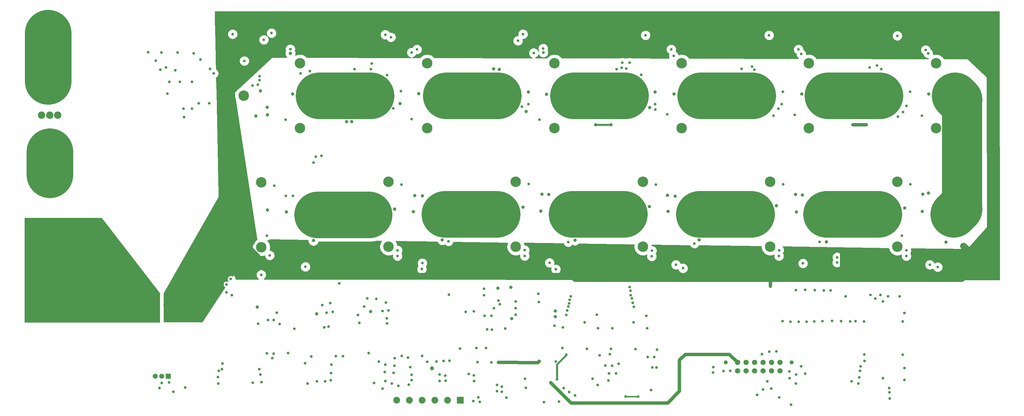
<source format=gbl>
%TF.GenerationSoftware,KiCad,Pcbnew,(5.1.7)-1*%
%TF.CreationDate,2021-03-15T08:37:38+01:00*%
%TF.ProjectId,SuperCap Small,53757065-7243-4617-9020-536d616c6c2e,rev?*%
%TF.SameCoordinates,Original*%
%TF.FileFunction,Copper,L4,Bot*%
%TF.FilePolarity,Positive*%
%FSLAX46Y46*%
G04 Gerber Fmt 4.6, Leading zero omitted, Abs format (unit mm)*
G04 Created by KiCad (PCBNEW (5.1.7)-1) date 2021-03-15 08:37:38*
%MOMM*%
%LPD*%
G01*
G04 APERTURE LIST*
%TA.AperFunction,ComponentPad*%
%ADD10C,3.150000*%
%TD*%
%TA.AperFunction,ComponentPad*%
%ADD11C,2.025000*%
%TD*%
%TA.AperFunction,ComponentPad*%
%ADD12R,2.025000X2.025000*%
%TD*%
%TA.AperFunction,ComponentPad*%
%ADD13O,9.000000X6.000000*%
%TD*%
%TA.AperFunction,ComponentPad*%
%ADD14R,1.500000X1.500000*%
%TD*%
%TA.AperFunction,ComponentPad*%
%ADD15C,1.500000*%
%TD*%
%TA.AperFunction,ComponentPad*%
%ADD16C,0.800000*%
%TD*%
%TA.AperFunction,ComponentPad*%
%ADD17C,2.200000*%
%TD*%
%TA.AperFunction,ComponentPad*%
%ADD18R,2.200000X2.200000*%
%TD*%
%TA.AperFunction,ComponentPad*%
%ADD19C,1.605000*%
%TD*%
%TA.AperFunction,ComponentPad*%
%ADD20C,1.230000*%
%TD*%
%TA.AperFunction,ViaPad*%
%ADD21C,0.800000*%
%TD*%
%TA.AperFunction,ViaPad*%
%ADD22C,1.200000*%
%TD*%
%TA.AperFunction,ViaPad*%
%ADD23C,1.000000*%
%TD*%
%TA.AperFunction,Conductor*%
%ADD24C,1.000000*%
%TD*%
%TA.AperFunction,Conductor*%
%ADD25C,14.000000*%
%TD*%
%TA.AperFunction,Conductor*%
%ADD26C,0.600000*%
%TD*%
%TA.AperFunction,Conductor*%
%ADD27C,12.000000*%
%TD*%
%TA.AperFunction,Conductor*%
%ADD28C,0.400000*%
%TD*%
%TA.AperFunction,Conductor*%
%ADD29C,2.000000*%
%TD*%
%TA.AperFunction,Conductor*%
%ADD30C,0.254000*%
%TD*%
%TA.AperFunction,Conductor*%
%ADD31C,0.100000*%
%TD*%
G04 APERTURE END LIST*
D10*
%TO.P,C28,4*%
%TO.N,/Supercaps/OVP_V3-_V4+*%
X276246000Y-125222000D03*
%TO.P,C28,3*%
%TO.N,Net-(C28-Pad3)*%
X259396000Y-134972000D03*
%TO.P,C28,2*%
%TO.N,Net-(C28-Pad2)*%
X259396000Y-115472000D03*
%TO.P,C28,1*%
%TO.N,/Supercaps/OVP_V2-_V3+*%
X253746000Y-125222000D03*
%TD*%
%TO.P,C34,4*%
%TO.N,/Supercaps/OVP_V6-_V7+*%
X390546000Y-125222000D03*
%TO.P,C34,3*%
%TO.N,Net-(C34-Pad3)*%
X373696000Y-134972000D03*
%TO.P,C34,2*%
%TO.N,Net-(C34-Pad2)*%
X373696000Y-115472000D03*
%TO.P,C34,1*%
%TO.N,/Supercaps/OVP_V5-_V6+*%
X368046000Y-125222000D03*
%TD*%
%TO.P,C25,4*%
%TO.N,GNDD*%
X177906000Y-89662000D03*
%TO.P,C25,3*%
%TO.N,Net-(C25-Pad3)*%
X194756000Y-79912000D03*
%TO.P,C25,2*%
%TO.N,Net-(C25-Pad2)*%
X194756000Y-99412000D03*
%TO.P,C25,1*%
%TO.N,/Supercaps/OVP_V11-_V12+*%
X200406000Y-89662000D03*
%TD*%
%TO.P,C33,4*%
%TO.N,/Supercaps/OVP_V8-_V9+*%
X330306000Y-89662000D03*
%TO.P,C33,3*%
%TO.N,Net-(C33-Pad3)*%
X347156000Y-79912000D03*
%TO.P,C33,2*%
%TO.N,Net-(C33-Pad2)*%
X347156000Y-99412000D03*
%TO.P,C33,1*%
%TO.N,/Supercaps/OVP_V7-_V8+*%
X352806000Y-89662000D03*
%TD*%
%TO.P,C32,4*%
%TO.N,/Supercaps/OVP_V5-_V6+*%
X352446000Y-125222000D03*
%TO.P,C32,3*%
%TO.N,Net-(C32-Pad3)*%
X335596000Y-134972000D03*
%TO.P,C32,2*%
%TO.N,Net-(C32-Pad2)*%
X335596000Y-115472000D03*
%TO.P,C32,1*%
%TO.N,/Supercaps/OVP_V4-_V5+*%
X329946000Y-125222000D03*
%TD*%
%TO.P,C31,4*%
%TO.N,/Supercaps/OVP_V9-_V10+*%
X292206000Y-89662000D03*
%TO.P,C31,3*%
%TO.N,Net-(C31-Pad3)*%
X309056000Y-79912000D03*
%TO.P,C31,2*%
%TO.N,Net-(C31-Pad2)*%
X309056000Y-99412000D03*
%TO.P,C31,1*%
%TO.N,/Supercaps/OVP_V8-_V9+*%
X314706000Y-89662000D03*
%TD*%
%TO.P,C27,4*%
%TO.N,/Supercaps/OVP_V11-_V12+*%
X216006000Y-89662000D03*
%TO.P,C27,3*%
%TO.N,Net-(C27-Pad3)*%
X232856000Y-79912000D03*
%TO.P,C27,2*%
%TO.N,Net-(C27-Pad2)*%
X232856000Y-99412000D03*
%TO.P,C27,1*%
%TO.N,/Supercaps/OVP_V10-_V11+*%
X238506000Y-89662000D03*
%TD*%
%TO.P,C24,4*%
%TO.N,/Supercaps/OVP_V1-_V2+*%
X200046000Y-125422000D03*
%TO.P,C24,3*%
%TO.N,Net-(C24-Pad3)*%
X183196000Y-135172000D03*
%TO.P,C24,2*%
%TO.N,Net-(C24-Pad2)*%
X183196000Y-115672000D03*
%TO.P,C24,1*%
%TO.N,OVP_POWER*%
X177546000Y-125422000D03*
%TD*%
D11*
%TO.P,J1,6*%
%TO.N,Net-(D13-Pad3)*%
X223750000Y-181000000D03*
%TO.P,J1,5*%
X227560000Y-181000000D03*
%TO.P,J1,4*%
%TO.N,GND*%
X231370000Y-181000000D03*
%TO.P,J1,3*%
X235180000Y-181000000D03*
%TO.P,J1,2*%
%TO.N,15V_global*%
X238990000Y-181000000D03*
D12*
%TO.P,J1,1*%
X242800000Y-181000000D03*
%TD*%
D10*
%TO.P,C30,4*%
%TO.N,/Supercaps/OVP_V4-_V5+*%
X314346000Y-125222000D03*
%TO.P,C30,3*%
%TO.N,Net-(C30-Pad3)*%
X297496000Y-134972000D03*
%TO.P,C30,2*%
%TO.N,Net-(C30-Pad2)*%
X297496000Y-115472000D03*
%TO.P,C30,1*%
%TO.N,/Supercaps/OVP_V3-_V4+*%
X291846000Y-125222000D03*
%TD*%
D13*
%TO.P,U1,5*%
%TO.N,OVP_POWER*%
X158360000Y-152400000D03*
%TO.P,U1,4*%
%TO.N,/Sheet6014032E/Current_TBM+*%
X148360000Y-152400000D03*
D14*
%TO.P,U1,1*%
%TO.N,3.3V*%
X155270000Y-173800000D03*
D15*
%TO.P,U1,3*%
%TO.N,Net-(R37-Pad1)*%
X151450000Y-173800000D03*
%TO.P,U1,2*%
%TO.N,GND*%
X153360000Y-173800000D03*
%TO.P,U1,5*%
%TO.N,OVP_POWER*%
%TA.AperFunction,ComponentPad*%
G36*
G01*
X154579047Y-151407477D02*
X154579047Y-151407477D01*
G75*
G02*
X154772523Y-151939047I-169047J-362523D01*
G01*
X154772523Y-151939047D01*
G75*
G02*
X154240953Y-152132523I-362523J169047D01*
G01*
X154240953Y-152132523D01*
G75*
G02*
X154047477Y-151600953I169047J362523D01*
G01*
X154047477Y-151600953D01*
G75*
G02*
X154579047Y-151407477I362523J-169047D01*
G01*
G37*
%TD.AperFunction*%
%TA.AperFunction,ComponentPad*%
G36*
G01*
X154579047Y-153392523D02*
X154579047Y-153392523D01*
G75*
G02*
X154047477Y-153199047I-169047J362523D01*
G01*
X154047477Y-153199047D01*
G75*
G02*
X154240953Y-152667477I362523J169047D01*
G01*
X154240953Y-152667477D01*
G75*
G02*
X154772523Y-152860953I169047J-362523D01*
G01*
X154772523Y-152860953D01*
G75*
G02*
X154579047Y-153392523I-362523J-169047D01*
G01*
G37*
%TD.AperFunction*%
D16*
X155160000Y-154060000D03*
X155160000Y-150740000D03*
X162310000Y-151770000D03*
X162310000Y-153030000D03*
X161560000Y-154060000D03*
X161560000Y-150740000D03*
X157690000Y-154450000D03*
X159030000Y-154450000D03*
X156360000Y-154450000D03*
X160360000Y-154450000D03*
X157690000Y-150350000D03*
X159030000Y-150350000D03*
X160360000Y-150350000D03*
X156360000Y-150350000D03*
%TO.P,U1,4*%
%TO.N,/Sheet6014032E/Current_TBM+*%
X151560000Y-154060000D03*
X151560000Y-150740000D03*
%TA.AperFunction,ComponentPad*%
G36*
G01*
X152479047Y-152667477D02*
X152479047Y-152667477D01*
G75*
G02*
X152672523Y-153199047I-169047J-362523D01*
G01*
X152672523Y-153199047D01*
G75*
G02*
X152140953Y-153392523I-362523J169047D01*
G01*
X152140953Y-153392523D01*
G75*
G02*
X151947477Y-152860953I169047J362523D01*
G01*
X151947477Y-152860953D01*
G75*
G02*
X152479047Y-152667477I362523J-169047D01*
G01*
G37*
%TD.AperFunction*%
%TA.AperFunction,ComponentPad*%
G36*
G01*
X152479047Y-152132523D02*
X152479047Y-152132523D01*
G75*
G02*
X151947477Y-151939047I-169047J362523D01*
G01*
X151947477Y-151939047D01*
G75*
G02*
X152140953Y-151407477I362523J169047D01*
G01*
X152140953Y-151407477D01*
G75*
G02*
X152672523Y-151600953I169047J-362523D01*
G01*
X152672523Y-151600953D01*
G75*
G02*
X152479047Y-152132523I-362523J-169047D01*
G01*
G37*
%TD.AperFunction*%
X145160000Y-154060000D03*
X145160000Y-150740000D03*
X144410000Y-151770000D03*
X146360000Y-154450000D03*
X147690000Y-154450000D03*
X149030000Y-154450000D03*
X150360000Y-154450000D03*
X146360000Y-150350000D03*
X147690000Y-150350000D03*
X149030000Y-150350000D03*
X150360000Y-150350000D03*
X144410000Y-153030000D03*
%TD*%
D10*
%TO.P,C26,4*%
%TO.N,/Supercaps/OVP_V2-_V3+*%
X238146000Y-125222000D03*
%TO.P,C26,3*%
%TO.N,Net-(C26-Pad3)*%
X221296000Y-134972000D03*
%TO.P,C26,2*%
%TO.N,Net-(C26-Pad2)*%
X221296000Y-115472000D03*
%TO.P,C26,1*%
%TO.N,/Supercaps/OVP_V1-_V2+*%
X215646000Y-125222000D03*
%TD*%
%TO.P,C29,4*%
%TO.N,/Supercaps/OVP_V10-_V11+*%
X254106000Y-89662000D03*
%TO.P,C29,3*%
%TO.N,Net-(C29-Pad3)*%
X270956000Y-79912000D03*
%TO.P,C29,2*%
%TO.N,Net-(C29-Pad2)*%
X270956000Y-99412000D03*
%TO.P,C29,1*%
%TO.N,/Supercaps/OVP_V9-_V10+*%
X276606000Y-89662000D03*
%TD*%
%TO.P,C35,4*%
%TO.N,/Supercaps/OVP_V7-_V8+*%
X368406000Y-89662000D03*
%TO.P,C35,3*%
%TO.N,Net-(C35-Pad3)*%
X385256000Y-79912000D03*
%TO.P,C35,2*%
%TO.N,Net-(C35-Pad2)*%
X385256000Y-99412000D03*
%TO.P,C35,1*%
%TO.N,/Supercaps/OVP_V6-_V7+*%
X390906000Y-89662000D03*
%TD*%
D17*
%TO.P,J4,9*%
%TO.N,/Sheet6014032E/Current_TBM+*%
X122240000Y-145640000D03*
%TO.P,J4,8*%
X119800000Y-145640000D03*
%TO.P,J4,7*%
X117360000Y-145640000D03*
%TO.P,J4,6*%
X122240000Y-138020000D03*
%TO.P,J4,5*%
X119800000Y-138020000D03*
%TO.P,J4,4*%
X117360000Y-138020000D03*
%TO.P,J4,3*%
X122240000Y-130400000D03*
%TO.P,J4,2*%
X119800000Y-130400000D03*
D18*
%TO.P,J4,1*%
X117360000Y-130400000D03*
%TD*%
%TO.P,J3,1*%
%TO.N,/Precharge/LOAD_INN*%
X117360000Y-87900000D03*
D17*
%TO.P,J3,2*%
X119800000Y-87900000D03*
%TO.P,J3,3*%
X122240000Y-87900000D03*
%TO.P,J3,4*%
%TO.N,Net-(J3-Pad4)*%
X117360000Y-95520000D03*
%TO.P,J3,5*%
%TO.N,Net-(J3-Pad5)*%
X119800000Y-95520000D03*
%TO.P,J3,6*%
%TO.N,Net-(J3-Pad6)*%
X122240000Y-95520000D03*
%TO.P,J3,7*%
%TO.N,/Precharge/CHARGE_INN*%
X117360000Y-103140000D03*
%TO.P,J3,8*%
X119800000Y-103140000D03*
%TO.P,J3,9*%
X122240000Y-103140000D03*
%TD*%
D19*
%TO.P,J2,A1*%
%TO.N,/Signaling/ADCINA3_AI*%
X338565000Y-169725000D03*
%TO.P,J2,A2*%
%TO.N,GND*%
X336025000Y-169725000D03*
%TO.P,J2,A3*%
X333485000Y-169725000D03*
%TO.P,J2,A4*%
%TO.N,/Signaling/GPIO_P52*%
X330945000Y-169725000D03*
%TO.P,J2,A5*%
%TO.N,/Signaling/GPIO_P22*%
X328405000Y-169725000D03*
%TO.P,J2,A6*%
%TO.N,5V*%
X325865000Y-169725000D03*
%TO.P,J2,B1*%
%TO.N,GND*%
X338565000Y-172265000D03*
%TO.P,J2,B2*%
%TO.N,/Signaling/ADCINA2_AI*%
X336025000Y-172265000D03*
%TO.P,J2,B3*%
%TO.N,/Signaling/ADCINA0_AI*%
X333485000Y-172265000D03*
%TO.P,J2,B4*%
%TO.N,/Signaling/GPIO_P97*%
X330945000Y-172265000D03*
%TO.P,J2,B5*%
%TO.N,/Precharge/Charge_Active*%
X328405000Y-172265000D03*
%TO.P,J2,B6*%
%TO.N,3.3V*%
X325865000Y-172265000D03*
D20*
%TO.P,J2,MH1*%
%TO.N,N/C*%
X342025000Y-169725000D03*
%TO.P,J2,MH2*%
X322305000Y-169725000D03*
%TD*%
D21*
%TO.N,GND*%
X262400000Y-177300000D03*
X196300000Y-169950000D03*
X199875000Y-175325000D03*
X183225000Y-175625000D03*
X218360000Y-169400000D03*
X227800000Y-171100000D03*
X289460000Y-172950000D03*
X273360000Y-165400000D03*
X271360000Y-169400000D03*
X363825000Y-169300000D03*
X369310000Y-174400000D03*
X252100000Y-169700000D03*
X256600000Y-180250000D03*
X153360000Y-175900000D03*
X262200000Y-174600000D03*
X182950000Y-173350000D03*
X216925000Y-175875000D03*
D22*
X234300000Y-171500000D03*
D21*
X160400000Y-177200000D03*
X156800000Y-178500000D03*
X287900000Y-165625000D03*
X287525000Y-167200000D03*
X284550000Y-167575000D03*
X286200000Y-170650000D03*
X298925000Y-168050000D03*
X300850000Y-168100000D03*
X301700000Y-165875000D03*
X300225000Y-171250000D03*
X301500000Y-171250000D03*
X371200000Y-177400000D03*
X371300000Y-178650000D03*
X371350000Y-180500000D03*
X363750000Y-167350000D03*
X362650000Y-170850000D03*
X362450000Y-172250000D03*
X362250000Y-174200000D03*
X362000000Y-176050000D03*
X359950000Y-175400000D03*
X333150000Y-167200000D03*
X335300000Y-166500000D03*
X337400000Y-166400000D03*
X341300000Y-172400000D03*
X341400000Y-174450000D03*
X343300000Y-176050000D03*
X343350000Y-173350000D03*
X344850000Y-170850000D03*
X346100000Y-173050000D03*
X334700000Y-175400000D03*
X333450000Y-177800000D03*
X331650000Y-179450000D03*
X335900000Y-177600000D03*
X338300000Y-180150000D03*
X341800000Y-182400000D03*
X288250000Y-170700000D03*
X290150000Y-170150000D03*
X287300000Y-173000000D03*
X287150000Y-175100000D03*
X283950000Y-176450000D03*
X272350000Y-181450000D03*
X267800000Y-181650000D03*
X273750000Y-177400000D03*
X275350000Y-178550000D03*
X277150000Y-179600000D03*
X248150000Y-180200000D03*
X246700000Y-181250000D03*
X248600000Y-181500000D03*
X253800000Y-176500000D03*
X253750000Y-178300000D03*
X255200000Y-176950000D03*
X255250000Y-178500000D03*
X246900000Y-175250000D03*
X246850000Y-173550000D03*
X245300000Y-173150000D03*
X247900000Y-169600000D03*
X250450000Y-165350000D03*
X247600000Y-165350000D03*
X239550000Y-169150000D03*
X237750000Y-169250000D03*
X238300000Y-173650000D03*
X238350000Y-175150000D03*
X236600000Y-175300000D03*
X236550000Y-173300000D03*
X228250000Y-173400000D03*
X228250000Y-175000000D03*
X227400000Y-176400000D03*
X224250000Y-176750000D03*
X222250000Y-176000000D03*
X222800000Y-172800000D03*
X223050000Y-170700000D03*
X223150000Y-168450000D03*
X225250000Y-167700000D03*
X227150000Y-168250000D03*
X220300000Y-170350000D03*
X220200000Y-172550000D03*
X220350000Y-175300000D03*
X219500000Y-177600000D03*
X171550000Y-170050000D03*
X171400000Y-171700000D03*
X170500000Y-172250000D03*
X170200000Y-174050000D03*
X170300000Y-176000000D03*
X180600000Y-175800000D03*
X186900000Y-167100000D03*
X182550000Y-171750000D03*
X197050000Y-176000000D03*
X202300000Y-175350000D03*
X204000000Y-175000000D03*
X204100000Y-172900000D03*
X152650000Y-177400000D03*
X155600000Y-175700000D03*
X198150000Y-167950000D03*
X186500000Y-168450000D03*
X207650000Y-167850000D03*
X205550000Y-167850000D03*
X204200000Y-170400000D03*
D23*
%TO.N,5V*%
X266360000Y-169400000D03*
X254200000Y-169700000D03*
D21*
X260900000Y-169700000D03*
X269900000Y-175775000D03*
%TO.N,GNDD*%
X196400000Y-141000000D03*
X192625000Y-119725000D03*
X190500000Y-119750000D03*
X223975000Y-137798000D03*
X224000000Y-136073000D03*
X231250000Y-141700000D03*
X271400000Y-141750000D03*
X262075000Y-136023000D03*
X262050000Y-137748000D03*
X267650000Y-76750000D03*
X267600000Y-75500000D03*
X335250000Y-71550000D03*
X344850000Y-77150000D03*
X344050000Y-75800000D03*
X383400000Y-140400000D03*
X376350000Y-137800000D03*
X376375000Y-136075000D03*
X309450000Y-141450000D03*
X300125000Y-137873000D03*
X300150000Y-136148000D03*
X338225000Y-137773000D03*
X355600000Y-139750000D03*
X338250000Y-136048000D03*
D23*
X254450000Y-81800000D03*
X252750000Y-81600000D03*
X262525000Y-94400000D03*
X263150000Y-88575000D03*
X301075000Y-88575000D03*
X299525000Y-93225000D03*
D21*
X298250000Y-71550000D03*
X293500000Y-79750000D03*
X305950000Y-75775000D03*
X306675000Y-77775000D03*
X228200000Y-76700000D03*
X229800000Y-75800000D03*
X224950000Y-88350000D03*
X203350000Y-158925000D03*
X202050000Y-159150000D03*
X239360000Y-149400000D03*
X212125000Y-155425000D03*
X220850000Y-158000000D03*
X213975000Y-152950000D03*
X271000000Y-158675000D03*
X369310000Y-151400000D03*
X363650000Y-157400000D03*
X201200000Y-107700000D03*
X180500000Y-86600000D03*
X182118000Y-86360000D03*
X182626000Y-85050000D03*
X182626000Y-83800000D03*
X191850000Y-75700000D03*
X220850000Y-83500000D03*
X216300000Y-80050000D03*
X211100000Y-81700000D03*
X216050000Y-81750000D03*
X194950000Y-82950000D03*
X197700000Y-82300000D03*
X186250000Y-70900000D03*
X260050000Y-73200000D03*
X373650000Y-71700000D03*
X382900000Y-77000000D03*
X382150000Y-75950000D03*
X254650000Y-152250000D03*
X185700000Y-137575000D03*
X184850000Y-131675000D03*
X292450000Y-81550000D03*
X291100000Y-81300000D03*
X291300000Y-79750000D03*
X330150000Y-80950000D03*
X367550000Y-80600000D03*
X373850000Y-95950000D03*
X375350000Y-94550000D03*
X376400000Y-92750000D03*
X377450000Y-88450000D03*
X172775000Y-146300000D03*
X172775000Y-148650000D03*
X174350000Y-149550000D03*
X252050000Y-155750000D03*
X250800000Y-159800000D03*
X168900000Y-83000000D03*
X167800000Y-81600000D03*
X165000000Y-78800000D03*
X162900000Y-77000000D03*
X158100000Y-76700000D03*
X153300000Y-76700000D03*
X149300000Y-76600000D03*
X178100000Y-79250000D03*
X298700000Y-159400000D03*
X288300000Y-159400000D03*
X284000000Y-159400000D03*
X273500000Y-159200000D03*
X249900000Y-147550000D03*
X266150000Y-149100000D03*
X266300000Y-151550000D03*
X249900000Y-149500000D03*
X222700000Y-93500000D03*
D23*
X210250000Y-97500000D03*
X208700000Y-97500000D03*
D21*
X338000000Y-93550000D03*
X339050000Y-92200000D03*
X336550000Y-95700000D03*
X361150000Y-157350000D03*
X359500000Y-157400000D03*
X356850000Y-157300000D03*
X354150000Y-157250000D03*
X351250000Y-157300000D03*
X348750000Y-157400000D03*
X346450000Y-157500000D03*
X344100000Y-157500000D03*
X341700000Y-157500000D03*
X339250000Y-157350000D03*
X365600000Y-149450000D03*
X367100000Y-150550000D03*
X368550000Y-149450000D03*
X370850000Y-149900000D03*
X204600000Y-154500000D03*
X202700000Y-154750000D03*
X201450000Y-152500000D03*
X203850000Y-151900000D03*
X219450000Y-154300000D03*
X221250000Y-154100000D03*
X220800000Y-156500000D03*
X220500000Y-151700000D03*
X217650000Y-150600000D03*
X214950000Y-150450000D03*
X256250000Y-159550000D03*
X252250000Y-159850000D03*
X250050000Y-155750000D03*
D23*
X271200000Y-154300000D03*
X271250000Y-155950000D03*
X257900000Y-147200000D03*
X254000000Y-147450000D03*
X237350000Y-132950000D03*
X198800000Y-133150000D03*
X190700000Y-124600000D03*
X228750000Y-124450000D03*
X231400000Y-119700000D03*
X229100000Y-119650000D03*
X184950000Y-93150000D03*
X185000000Y-95400000D03*
X181550000Y-95800000D03*
X267200000Y-119250000D03*
X269300000Y-119300000D03*
X266900000Y-124300000D03*
X305000000Y-124400000D03*
X304850000Y-119550000D03*
X307100000Y-119850000D03*
X314350000Y-132950000D03*
X277150000Y-133050000D03*
X352400000Y-133550000D03*
X343450000Y-124550000D03*
X343150000Y-119350000D03*
X345250000Y-119450000D03*
X388250000Y-133600000D03*
X381150000Y-124400000D03*
X381250000Y-119250000D03*
X383000000Y-118900000D03*
X182900000Y-88200000D03*
X191900000Y-76950000D03*
X224750000Y-92050000D03*
D21*
X261550000Y-71200000D03*
X264750000Y-76850000D03*
X263150000Y-92250000D03*
X261200000Y-93000000D03*
X297000000Y-83450000D03*
X301100000Y-92200000D03*
X301200000Y-93800000D03*
X339350000Y-88500000D03*
X154600000Y-81200000D03*
X152900000Y-81850000D03*
X157450000Y-82050000D03*
X155650000Y-85550000D03*
X158750000Y-85550000D03*
X162400000Y-85550000D03*
X159900000Y-93550000D03*
X164450000Y-91950000D03*
X162400000Y-93550000D03*
X167600000Y-91950000D03*
X358150000Y-149900000D03*
X353650000Y-148100000D03*
X351650000Y-148100000D03*
X348950000Y-148000000D03*
X346100000Y-147950000D03*
X343250000Y-148000000D03*
X183950000Y-72900000D03*
X174600000Y-71200000D03*
X220300000Y-71350000D03*
X222000000Y-72150000D03*
X345400000Y-140000000D03*
X350400000Y-133550000D03*
X355650000Y-138150000D03*
X385750000Y-141100000D03*
X375050000Y-131650000D03*
X269500000Y-139800000D03*
X275100000Y-133600000D03*
X307350000Y-140400000D03*
X312900000Y-134000000D03*
X231400000Y-139900000D03*
X239250000Y-133350000D03*
X198800000Y-109750000D03*
X199500000Y-108000000D03*
X185200000Y-156950000D03*
X186850000Y-156950000D03*
X187800000Y-154800000D03*
X193050000Y-159600000D03*
X368850000Y-81750000D03*
X365350000Y-81200000D03*
X327050000Y-81600000D03*
X330850000Y-81900000D03*
X289600000Y-81700000D03*
%TO.N,5V_ISO*%
X375310000Y-157450000D03*
D23*
X184993000Y-123998000D03*
X223093000Y-123748000D03*
X383082000Y-89200000D03*
X345032000Y-89175000D03*
X268557000Y-89250000D03*
X230356000Y-89094000D03*
X258160000Y-156600000D03*
D21*
X374310000Y-149900000D03*
X375810000Y-154900000D03*
X252860000Y-153400000D03*
D23*
X192532000Y-89154000D03*
X306807000Y-89175000D03*
D21*
X283700000Y-155400000D03*
X298500000Y-155700000D03*
X280000000Y-157700000D03*
X294700000Y-157700000D03*
X244350000Y-154500000D03*
X246860000Y-154400000D03*
D23*
X261550000Y-123100000D03*
X375900000Y-123400000D03*
X337400000Y-122700000D03*
X299450000Y-122950000D03*
D21*
%TO.N,/Supercaps/OVP_V1-_V2+*%
X214177000Y-119435000D03*
%TO.N,/Supercaps/OVP_V3-_V4+*%
X290677000Y-119435000D03*
D23*
%TO.N,/Supercaps/OVP_V8-_V9+*%
X287860000Y-98400000D03*
X283360000Y-98400000D03*
D21*
%TO.N,/Supercaps/OVP_V5-_V6+*%
X366824500Y-119074500D03*
D23*
%TO.N,/Supercaps/OVP_V6-_V7+*%
X360360000Y-98400000D03*
X364360000Y-98400000D03*
D21*
%TO.N,/OR-GATE/IN_PORT_1*%
X274560000Y-167400000D03*
X271750000Y-174800000D03*
%TO.N,Charge_Gate*%
X160050000Y-96150000D03*
X174000000Y-144650000D03*
%TO.N,Precharge_Gate*%
X155050000Y-89050000D03*
X183150000Y-143400000D03*
%TO.N,Load_Gate*%
X151550000Y-79200000D03*
X206526990Y-145973010D03*
%TO.N,6V_ISO*%
X188650000Y-158150000D03*
X212575000Y-157800000D03*
X259360000Y-151400000D03*
X259360000Y-153400000D03*
X259360000Y-155400000D03*
D23*
X215900000Y-154450000D03*
D21*
X254200000Y-151125000D03*
X182250000Y-158100000D03*
D23*
X181975000Y-153125000D03*
X199725000Y-155100000D03*
D21*
%TO.N,/Isolation-IC/IN_PORT_6*%
X377525000Y-116300000D03*
X294750000Y-152975000D03*
%TO.N,/Isolation-IC/IN_PORT_5*%
X339425000Y-116275000D03*
X294200000Y-150500000D03*
%TO.N,/Isolation-IC/IN_PORT_4*%
X301325000Y-116325000D03*
X293500000Y-147100000D03*
%TO.N,/Isolation-IC/IN_PORT_3*%
X263250000Y-116175000D03*
X275900000Y-149900000D03*
%TO.N,/Isolation-IC/IN_PORT_2*%
X225175000Y-116325000D03*
X275100000Y-152950000D03*
%TO.N,/Isolation-IC/IN_PORT_1*%
X187075000Y-116650000D03*
X274512500Y-155487500D03*
%TO.N,/Isolation-IC/IN_PORT_12*%
X190450000Y-96900000D03*
X274800000Y-154150000D03*
%TO.N,/Isolation-IC/IN_PORT_11*%
X228250000Y-96700000D03*
X275350000Y-151950000D03*
%TO.N,/Isolation-IC/IN_PORT_10*%
X266450000Y-96850000D03*
X275550000Y-150900000D03*
%TO.N,/Isolation-IC/IN_PORT_9*%
X293700000Y-148200000D03*
X304725000Y-95275000D03*
%TO.N,/Isolation-IC/IN_PORT_8*%
X293850000Y-149500000D03*
X342950000Y-95400000D03*
%TO.N,/Isolation-IC/IN_PORT_7*%
X294400000Y-151850000D03*
X381000000Y-95700000D03*
%TO.N,3.3V*%
X375310000Y-167400000D03*
X191200000Y-166900000D03*
X215300000Y-166900000D03*
X299960000Y-177950000D03*
X375810000Y-171400000D03*
X375810000Y-174900000D03*
X280700000Y-165600000D03*
X282400000Y-174600000D03*
X295300000Y-165700000D03*
X235700000Y-169400000D03*
X232900000Y-169500000D03*
X231300000Y-167700000D03*
X242700000Y-165500000D03*
X318550000Y-171100000D03*
X318500000Y-172700000D03*
X321625000Y-172275000D03*
X323650000Y-172200000D03*
X184850000Y-167000000D03*
%TO.N,OVP_POWER*%
X203775000Y-137023000D03*
X243125000Y-136573000D03*
X357475000Y-136398000D03*
X363150000Y-76375000D03*
X319425000Y-136648000D03*
X393500000Y-134800000D03*
X324700000Y-76300000D03*
X249000000Y-75850000D03*
X287275000Y-76400000D03*
X281300000Y-136673000D03*
X335625000Y-146850000D03*
X173200000Y-78800000D03*
X212150000Y-76600000D03*
%TO.N,Net-(IC35-Pad12)*%
X292260000Y-179950000D03*
X296060000Y-179950000D03*
%TD*%
D24*
%TO.N,5V*%
X266000000Y-169800000D02*
X254200000Y-169700000D01*
X266370000Y-169350000D02*
X266310000Y-169450000D01*
X266360000Y-169440000D02*
X266000000Y-169800000D01*
X266360000Y-169400000D02*
X266360000Y-169440000D01*
X269900000Y-175775000D02*
X276000000Y-181875000D01*
X276000000Y-181875000D02*
X304875000Y-181875000D01*
X304875000Y-181875000D02*
X308425000Y-178325000D01*
X308425000Y-178325000D02*
X308425000Y-169050000D01*
X308425000Y-169050000D02*
X310200000Y-167275000D01*
X323415000Y-167275000D02*
X325865000Y-169725000D01*
X310200000Y-167275000D02*
X323415000Y-167275000D01*
D25*
%TO.N,/Supercaps/OVP_V1-_V2+*%
X200046000Y-125422000D02*
X208334000Y-125422000D01*
X208334000Y-125422000D02*
X215446000Y-125422000D01*
%TO.N,/Supercaps/OVP_V11-_V12+*%
X207022000Y-89662000D02*
X200406000Y-89662000D01*
X216006000Y-89662000D02*
X207022000Y-89662000D01*
D24*
X220898000Y-89662000D02*
X216006000Y-89662000D01*
D25*
%TO.N,/Supercaps/OVP_V2-_V3+*%
X238146000Y-125222000D02*
X253746000Y-125222000D01*
%TO.N,/Supercaps/OVP_V10-_V11+*%
X254106000Y-89662000D02*
X238506000Y-89662000D01*
%TO.N,/Supercaps/OVP_V3-_V4+*%
X276246000Y-125222000D02*
X291846000Y-125222000D01*
%TO.N,/Supercaps/OVP_V9-_V10+*%
X292206000Y-89662000D02*
X276606000Y-89662000D01*
%TO.N,/Supercaps/OVP_V4-_V5+*%
X314346000Y-125222000D02*
X329946000Y-125222000D01*
%TO.N,/Supercaps/OVP_V8-_V9+*%
X330306000Y-89662000D02*
X314706000Y-89662000D01*
D26*
X335598000Y-89662000D02*
X330306000Y-89662000D01*
X283360000Y-98400000D02*
X287860000Y-98400000D01*
D25*
%TO.N,/Supercaps/OVP_V5-_V6+*%
X352446000Y-125222000D02*
X368046000Y-125222000D01*
%TO.N,/Supercaps/OVP_V7-_V8+*%
X368406000Y-89662000D02*
X352806000Y-89662000D01*
D26*
X373598000Y-89662000D02*
X368406000Y-89662000D01*
D25*
%TO.N,/Supercaps/OVP_V6-_V7+*%
X392120999Y-90876999D02*
X390906000Y-89662000D01*
X390546000Y-125222000D02*
X392120999Y-123647001D01*
D27*
X393031001Y-122736999D02*
X392120999Y-123647001D01*
X393031001Y-91787001D02*
X393031001Y-122736999D01*
X392120999Y-90876999D02*
X393031001Y-91787001D01*
D24*
X360360000Y-98400000D02*
X364360000Y-98400000D01*
D28*
%TO.N,/OR-GATE/IN_PORT_1*%
X271760000Y-170200000D02*
X271760000Y-174800000D01*
X274560000Y-167400000D02*
X271760000Y-170200000D01*
D26*
X271760000Y-174800000D02*
X271750000Y-174800000D01*
X271750000Y-170342002D02*
X271826001Y-170266001D01*
X271750000Y-174800000D02*
X271750000Y-170342002D01*
X274560000Y-167490001D02*
X274560000Y-167400000D01*
X271750000Y-170300001D02*
X274560000Y-167490001D01*
X271750000Y-170342002D02*
X271750000Y-170300001D01*
D25*
%TO.N,/Precharge/LOAD_INN*%
X119360000Y-70900000D02*
X119360000Y-85400000D01*
D29*
%TO.N,OVP_POWER*%
X173422000Y-125422000D02*
X172500000Y-124500000D01*
X177546000Y-125422000D02*
X173422000Y-125422000D01*
X172500000Y-124500000D02*
X172500000Y-79500000D01*
X177546000Y-133629002D02*
X177546000Y-125422000D01*
X182166998Y-138250000D02*
X177546000Y-133629002D01*
X185000000Y-68000000D02*
X215000000Y-68000000D01*
X175156250Y-77056250D02*
X185000000Y-68000000D01*
X172500000Y-79500000D02*
X175156250Y-77056250D01*
X249000000Y-75825000D02*
X249000000Y-68000000D01*
X215000000Y-68000000D02*
X250825000Y-68000000D01*
X290025000Y-68475000D02*
X290500000Y-68000000D01*
X287275000Y-76400000D02*
X287275000Y-68425000D01*
X250825000Y-68000000D02*
X290500000Y-68000000D01*
X319425000Y-136648000D02*
X319425000Y-144000000D01*
X366300000Y-68200000D02*
X366100000Y-68000000D01*
X363150000Y-76375000D02*
X363150000Y-68100000D01*
X328250000Y-68425000D02*
X327825000Y-68000000D01*
X324700000Y-76300000D02*
X324700000Y-68275000D01*
X327825000Y-68000000D02*
X366100000Y-68000000D01*
X290500000Y-68000000D02*
X327825000Y-68000000D01*
X187816998Y-143900000D02*
X182166998Y-138250000D01*
X357475000Y-136398000D02*
X357475000Y-144050000D01*
X391725000Y-144500000D02*
X353725000Y-144500000D01*
X239875000Y-143400000D02*
X239375000Y-143900000D01*
X243125000Y-136573000D02*
X243125000Y-143500000D01*
X201775000Y-143000000D02*
X200875000Y-143900000D01*
X203775000Y-137023000D02*
X203775000Y-143300000D01*
X200875000Y-143900000D02*
X187816998Y-143900000D01*
X239375000Y-143900000D02*
X200875000Y-143900000D01*
X281300000Y-144025000D02*
X281300000Y-136673000D01*
X277225000Y-144500000D02*
X277950000Y-143775000D01*
X276625000Y-143900000D02*
X277225000Y-144500000D01*
X239375000Y-143900000D02*
X276625000Y-143900000D01*
X286900000Y-144500000D02*
X277225000Y-144500000D01*
X315425000Y-144500000D02*
X286900000Y-144500000D01*
D24*
X335625000Y-146850000D02*
X335625000Y-144650000D01*
X335625000Y-144650000D02*
X335775000Y-144500000D01*
D29*
X335775000Y-144500000D02*
X315425000Y-144500000D01*
X353725000Y-144500000D02*
X335775000Y-144500000D01*
X214430001Y-68569999D02*
X215000000Y-68000000D01*
X214430001Y-75569999D02*
X214430001Y-68569999D01*
X212150000Y-76600000D02*
X214430001Y-75569999D01*
X366100000Y-68000000D02*
X393000000Y-68000000D01*
X393000000Y-68000000D02*
X401500000Y-76500000D01*
X401500000Y-76500000D02*
X401500000Y-136000000D01*
X393000000Y-144500000D02*
X391725000Y-144500000D01*
X398100000Y-139400000D02*
X393500000Y-134800000D01*
X401500000Y-136000000D02*
X398100000Y-139400000D01*
X398100000Y-139400000D02*
X393000000Y-144500000D01*
D28*
%TO.N,Net-(IC35-Pad12)*%
X292260000Y-179950000D02*
X296060000Y-179950000D01*
D25*
%TO.N,/Precharge/CHARGE_INN*%
X119860000Y-106400000D02*
X119860000Y-113400000D01*
%TD*%
D30*
%TO.N,OVP_POWER*%
X179891055Y-120126434D02*
X181817031Y-132571202D01*
X174498661Y-143738411D01*
X174490256Y-143732795D01*
X174301898Y-143654774D01*
X174101939Y-143615000D01*
X173898061Y-143615000D01*
X173698102Y-143654774D01*
X173509744Y-143732795D01*
X173340226Y-143846063D01*
X173196063Y-143990226D01*
X173082795Y-144159744D01*
X173004774Y-144348102D01*
X172965000Y-144548061D01*
X172965000Y-144751939D01*
X173004774Y-144951898D01*
X173082795Y-145140256D01*
X173196063Y-145309774D01*
X173276792Y-145390503D01*
X173265256Y-145382795D01*
X173076898Y-145304774D01*
X172876939Y-145265000D01*
X172673061Y-145265000D01*
X172473102Y-145304774D01*
X172284744Y-145382795D01*
X172115226Y-145496063D01*
X171971063Y-145640226D01*
X171857795Y-145809744D01*
X171779774Y-145998102D01*
X171740000Y-146198061D01*
X171740000Y-146401939D01*
X171779774Y-146601898D01*
X171857795Y-146790256D01*
X171971063Y-146959774D01*
X172115226Y-147103937D01*
X172238918Y-147186585D01*
X165481291Y-157498147D01*
X154027000Y-157522727D01*
X154027000Y-148983601D01*
X170473640Y-120077385D01*
X179891055Y-120126434D01*
%TA.AperFunction,Conductor*%
D31*
G36*
X179891055Y-120126434D02*
G01*
X181817031Y-132571202D01*
X174498661Y-143738411D01*
X174490256Y-143732795D01*
X174301898Y-143654774D01*
X174101939Y-143615000D01*
X173898061Y-143615000D01*
X173698102Y-143654774D01*
X173509744Y-143732795D01*
X173340226Y-143846063D01*
X173196063Y-143990226D01*
X173082795Y-144159744D01*
X173004774Y-144348102D01*
X172965000Y-144548061D01*
X172965000Y-144751939D01*
X173004774Y-144951898D01*
X173082795Y-145140256D01*
X173196063Y-145309774D01*
X173276792Y-145390503D01*
X173265256Y-145382795D01*
X173076898Y-145304774D01*
X172876939Y-145265000D01*
X172673061Y-145265000D01*
X172473102Y-145304774D01*
X172284744Y-145382795D01*
X172115226Y-145496063D01*
X171971063Y-145640226D01*
X171857795Y-145809744D01*
X171779774Y-145998102D01*
X171740000Y-146198061D01*
X171740000Y-146401939D01*
X171779774Y-146601898D01*
X171857795Y-146790256D01*
X171971063Y-146959774D01*
X172115226Y-147103937D01*
X172238918Y-147186585D01*
X165481291Y-157498147D01*
X154027000Y-157522727D01*
X154027000Y-148983601D01*
X170473640Y-120077385D01*
X179891055Y-120126434D01*
G37*
%TD.AperFunction*%
%TD*%
D30*
%TO.N,/Sheet6014032E/Current_TBM+*%
X152723000Y-148943422D02*
X152723000Y-157573000D01*
X112390520Y-157573000D01*
X112364155Y-126427000D01*
X135287717Y-126427000D01*
X152723000Y-148943422D01*
%TA.AperFunction,Conductor*%
D31*
G36*
X152723000Y-148943422D02*
G01*
X152723000Y-157573000D01*
X112390520Y-157573000D01*
X112364155Y-126427000D01*
X135287717Y-126427000D01*
X152723000Y-148943422D01*
G37*
%TD.AperFunction*%
%TD*%
D30*
%TO.N,OVP_POWER*%
X404222842Y-144872891D02*
X207376738Y-144704286D01*
X207250296Y-144619800D01*
X206972400Y-144504691D01*
X206677386Y-144446010D01*
X206376594Y-144446010D01*
X206081580Y-144504691D01*
X205803684Y-144619800D01*
X205679418Y-144702832D01*
X183976523Y-144684243D01*
X184123406Y-144586099D01*
X184336099Y-144373406D01*
X184503210Y-144123306D01*
X184618319Y-143845410D01*
X184677000Y-143550396D01*
X184677000Y-143249604D01*
X184618319Y-142954590D01*
X184503210Y-142676694D01*
X184336099Y-142426594D01*
X184123406Y-142213901D01*
X183873306Y-142046790D01*
X183595410Y-141931681D01*
X183300396Y-141873000D01*
X182999604Y-141873000D01*
X182704590Y-141931681D01*
X182426694Y-142046790D01*
X182176594Y-142213901D01*
X181963901Y-142426594D01*
X181796790Y-142676694D01*
X181681681Y-142954590D01*
X181623000Y-143249604D01*
X181623000Y-143550396D01*
X181681681Y-143845410D01*
X181796790Y-144123306D01*
X181963901Y-144373406D01*
X182176594Y-144586099D01*
X182321355Y-144682825D01*
X175527000Y-144677005D01*
X175527000Y-144499604D01*
X175468319Y-144204590D01*
X175353210Y-143926694D01*
X175186099Y-143676594D01*
X174973406Y-143463901D01*
X174723306Y-143296790D01*
X174445410Y-143181681D01*
X174150396Y-143123000D01*
X173849604Y-143123000D01*
X173554590Y-143181681D01*
X173276694Y-143296790D01*
X173026594Y-143463901D01*
X172813901Y-143676594D01*
X172646790Y-143926694D01*
X172531681Y-144204590D01*
X172473000Y-144499604D01*
X172473000Y-144674390D01*
X170974444Y-144673106D01*
X170896612Y-140849604D01*
X194873000Y-140849604D01*
X194873000Y-141150396D01*
X194931681Y-141445410D01*
X195046790Y-141723306D01*
X195213901Y-141973406D01*
X195426594Y-142186099D01*
X195676694Y-142353210D01*
X195954590Y-142468319D01*
X196249604Y-142527000D01*
X196550396Y-142527000D01*
X196845410Y-142468319D01*
X197123306Y-142353210D01*
X197373406Y-142186099D01*
X197586099Y-141973406D01*
X197753210Y-141723306D01*
X197825160Y-141549604D01*
X229723000Y-141549604D01*
X229723000Y-141850396D01*
X229781681Y-142145410D01*
X229896790Y-142423306D01*
X230063901Y-142673406D01*
X230276594Y-142886099D01*
X230526694Y-143053210D01*
X230804590Y-143168319D01*
X231099604Y-143227000D01*
X231400396Y-143227000D01*
X231695410Y-143168319D01*
X231973306Y-143053210D01*
X232223406Y-142886099D01*
X232436099Y-142673406D01*
X232603210Y-142423306D01*
X232718319Y-142145410D01*
X232777000Y-141850396D01*
X232777000Y-141549604D01*
X232718319Y-141254590D01*
X232603210Y-140976694D01*
X232554985Y-140904520D01*
X232586099Y-140873406D01*
X232753210Y-140623306D01*
X232868319Y-140345410D01*
X232927000Y-140050396D01*
X232927000Y-139749604D01*
X232907110Y-139649604D01*
X267973000Y-139649604D01*
X267973000Y-139950396D01*
X268031681Y-140245410D01*
X268146790Y-140523306D01*
X268313901Y-140773406D01*
X268526594Y-140986099D01*
X268776694Y-141153210D01*
X269054590Y-141268319D01*
X269349604Y-141327000D01*
X269650396Y-141327000D01*
X269945410Y-141268319D01*
X269946973Y-141267671D01*
X269931681Y-141304590D01*
X269873000Y-141599604D01*
X269873000Y-141900396D01*
X269931681Y-142195410D01*
X270046790Y-142473306D01*
X270213901Y-142723406D01*
X270426594Y-142936099D01*
X270676694Y-143103210D01*
X270954590Y-143218319D01*
X271249604Y-143277000D01*
X271550396Y-143277000D01*
X271845410Y-143218319D01*
X272123306Y-143103210D01*
X272373406Y-142936099D01*
X272586099Y-142723406D01*
X272753210Y-142473306D01*
X272868319Y-142195410D01*
X272927000Y-141900396D01*
X272927000Y-141599604D01*
X272868319Y-141304590D01*
X272753210Y-141026694D01*
X272586099Y-140776594D01*
X272373406Y-140563901D01*
X272123306Y-140396790D01*
X271845410Y-140281681D01*
X271684146Y-140249604D01*
X305823000Y-140249604D01*
X305823000Y-140550396D01*
X305881681Y-140845410D01*
X305996790Y-141123306D01*
X306163901Y-141373406D01*
X306376594Y-141586099D01*
X306626694Y-141753210D01*
X306904590Y-141868319D01*
X307199604Y-141927000D01*
X307500396Y-141927000D01*
X307795410Y-141868319D01*
X307962524Y-141799098D01*
X307981681Y-141895410D01*
X308096790Y-142173306D01*
X308263901Y-142423406D01*
X308476594Y-142636099D01*
X308726694Y-142803210D01*
X309004590Y-142918319D01*
X309299604Y-142977000D01*
X309600396Y-142977000D01*
X309895410Y-142918319D01*
X310173306Y-142803210D01*
X310423406Y-142636099D01*
X310636099Y-142423406D01*
X310803210Y-142173306D01*
X310918319Y-141895410D01*
X310977000Y-141600396D01*
X310977000Y-141299604D01*
X310918319Y-141004590D01*
X310803210Y-140726694D01*
X310636099Y-140476594D01*
X310423406Y-140263901D01*
X310173306Y-140096790D01*
X309895410Y-139981681D01*
X309600396Y-139923000D01*
X309299604Y-139923000D01*
X309004590Y-139981681D01*
X308837476Y-140050902D01*
X308818319Y-139954590D01*
X308774833Y-139849604D01*
X343873000Y-139849604D01*
X343873000Y-140150396D01*
X343931681Y-140445410D01*
X344046790Y-140723306D01*
X344213901Y-140973406D01*
X344426594Y-141186099D01*
X344676694Y-141353210D01*
X344954590Y-141468319D01*
X345249604Y-141527000D01*
X345550396Y-141527000D01*
X345845410Y-141468319D01*
X346123306Y-141353210D01*
X346373406Y-141186099D01*
X346586099Y-140973406D01*
X346753210Y-140723306D01*
X346868319Y-140445410D01*
X346927000Y-140150396D01*
X346927000Y-139849604D01*
X346877273Y-139599604D01*
X354073000Y-139599604D01*
X354073000Y-139900396D01*
X354131681Y-140195410D01*
X354246790Y-140473306D01*
X354413901Y-140723406D01*
X354626594Y-140936099D01*
X354876694Y-141103210D01*
X355154590Y-141218319D01*
X355449604Y-141277000D01*
X355750396Y-141277000D01*
X356045410Y-141218319D01*
X356323306Y-141103210D01*
X356573406Y-140936099D01*
X356786099Y-140723406D01*
X356953210Y-140473306D01*
X357045870Y-140249604D01*
X381873000Y-140249604D01*
X381873000Y-140550396D01*
X381931681Y-140845410D01*
X382046790Y-141123306D01*
X382213901Y-141373406D01*
X382426594Y-141586099D01*
X382676694Y-141753210D01*
X382954590Y-141868319D01*
X383249604Y-141927000D01*
X383550396Y-141927000D01*
X383845410Y-141868319D01*
X384123306Y-141753210D01*
X384314765Y-141625282D01*
X384396790Y-141823306D01*
X384563901Y-142073406D01*
X384776594Y-142286099D01*
X385026694Y-142453210D01*
X385304590Y-142568319D01*
X385599604Y-142627000D01*
X385900396Y-142627000D01*
X386195410Y-142568319D01*
X386473306Y-142453210D01*
X386723406Y-142286099D01*
X386936099Y-142073406D01*
X387103210Y-141823306D01*
X387218319Y-141545410D01*
X387277000Y-141250396D01*
X387277000Y-140949604D01*
X387218319Y-140654590D01*
X387103210Y-140376694D01*
X386936099Y-140126594D01*
X386723406Y-139913901D01*
X386473306Y-139746790D01*
X386195410Y-139631681D01*
X385900396Y-139573000D01*
X385599604Y-139573000D01*
X385304590Y-139631681D01*
X385026694Y-139746790D01*
X384835235Y-139874718D01*
X384753210Y-139676694D01*
X384586099Y-139426594D01*
X384373406Y-139213901D01*
X384123306Y-139046790D01*
X383845410Y-138931681D01*
X383550396Y-138873000D01*
X383249604Y-138873000D01*
X382954590Y-138931681D01*
X382676694Y-139046790D01*
X382426594Y-139213901D01*
X382213901Y-139426594D01*
X382046790Y-139676694D01*
X381931681Y-139954590D01*
X381873000Y-140249604D01*
X357045870Y-140249604D01*
X357068319Y-140195410D01*
X357127000Y-139900396D01*
X357127000Y-139599604D01*
X357068319Y-139304590D01*
X356953210Y-139026694D01*
X356926965Y-138987415D01*
X357003210Y-138873306D01*
X357118319Y-138595410D01*
X357177000Y-138300396D01*
X357177000Y-137999604D01*
X357118319Y-137704590D01*
X357003210Y-137426694D01*
X356836099Y-137176594D01*
X356623406Y-136963901D01*
X356373306Y-136796790D01*
X356095410Y-136681681D01*
X355800396Y-136623000D01*
X355499604Y-136623000D01*
X355204590Y-136681681D01*
X354926694Y-136796790D01*
X354676594Y-136963901D01*
X354463901Y-137176594D01*
X354296790Y-137426694D01*
X354181681Y-137704590D01*
X354123000Y-137999604D01*
X354123000Y-138300396D01*
X354181681Y-138595410D01*
X354296790Y-138873306D01*
X354323035Y-138912585D01*
X354246790Y-139026694D01*
X354131681Y-139304590D01*
X354073000Y-139599604D01*
X346877273Y-139599604D01*
X346868319Y-139554590D01*
X346753210Y-139276694D01*
X346586099Y-139026594D01*
X346373406Y-138813901D01*
X346123306Y-138646790D01*
X345845410Y-138531681D01*
X345550396Y-138473000D01*
X345249604Y-138473000D01*
X344954590Y-138531681D01*
X344676694Y-138646790D01*
X344426594Y-138813901D01*
X344213901Y-139026594D01*
X344046790Y-139276694D01*
X343931681Y-139554590D01*
X343873000Y-139849604D01*
X308774833Y-139849604D01*
X308703210Y-139676694D01*
X308536099Y-139426594D01*
X308323406Y-139213901D01*
X308073306Y-139046790D01*
X307795410Y-138931681D01*
X307500396Y-138873000D01*
X307199604Y-138873000D01*
X306904590Y-138931681D01*
X306626694Y-139046790D01*
X306376594Y-139213901D01*
X306163901Y-139426594D01*
X305996790Y-139676694D01*
X305881681Y-139954590D01*
X305823000Y-140249604D01*
X271684146Y-140249604D01*
X271550396Y-140223000D01*
X271249604Y-140223000D01*
X270954590Y-140281681D01*
X270953027Y-140282329D01*
X270968319Y-140245410D01*
X271027000Y-139950396D01*
X271027000Y-139649604D01*
X270968319Y-139354590D01*
X270853210Y-139076694D01*
X270686099Y-138826594D01*
X270473406Y-138613901D01*
X270223306Y-138446790D01*
X269945410Y-138331681D01*
X269650396Y-138273000D01*
X269349604Y-138273000D01*
X269054590Y-138331681D01*
X268776694Y-138446790D01*
X268526594Y-138613901D01*
X268313901Y-138826594D01*
X268146790Y-139076694D01*
X268031681Y-139354590D01*
X267973000Y-139649604D01*
X232907110Y-139649604D01*
X232868319Y-139454590D01*
X232753210Y-139176694D01*
X232586099Y-138926594D01*
X232373406Y-138713901D01*
X232123306Y-138546790D01*
X231845410Y-138431681D01*
X231550396Y-138373000D01*
X231249604Y-138373000D01*
X230954590Y-138431681D01*
X230676694Y-138546790D01*
X230426594Y-138713901D01*
X230213901Y-138926594D01*
X230046790Y-139176694D01*
X229931681Y-139454590D01*
X229873000Y-139749604D01*
X229873000Y-140050396D01*
X229931681Y-140345410D01*
X230046790Y-140623306D01*
X230095015Y-140695480D01*
X230063901Y-140726594D01*
X229896790Y-140976694D01*
X229781681Y-141254590D01*
X229723000Y-141549604D01*
X197825160Y-141549604D01*
X197868319Y-141445410D01*
X197927000Y-141150396D01*
X197927000Y-140849604D01*
X197868319Y-140554590D01*
X197753210Y-140276694D01*
X197586099Y-140026594D01*
X197373406Y-139813901D01*
X197123306Y-139646790D01*
X196845410Y-139531681D01*
X196550396Y-139473000D01*
X196249604Y-139473000D01*
X195954590Y-139531681D01*
X195676694Y-139646790D01*
X195426594Y-139813901D01*
X195213901Y-140026594D01*
X195046790Y-140276694D01*
X194931681Y-140554590D01*
X194873000Y-140849604D01*
X170896612Y-140849604D01*
X169836485Y-88770868D01*
X175098067Y-88770868D01*
X175099466Y-88794241D01*
X175204000Y-89476238D01*
X175204000Y-89928124D01*
X175307836Y-90450144D01*
X175379969Y-90624288D01*
X181824466Y-132669241D01*
X181830632Y-132693362D01*
X181841385Y-132715816D01*
X181856312Y-132735742D01*
X181874840Y-132752372D01*
X181896256Y-132765068D01*
X181919737Y-132773342D01*
X181924680Y-132773975D01*
X181916123Y-132777519D01*
X181473575Y-133073219D01*
X181097219Y-133449575D01*
X180801519Y-133892123D01*
X180597836Y-134383856D01*
X180494000Y-134905876D01*
X180494000Y-135438124D01*
X180597836Y-135960144D01*
X180801519Y-136451877D01*
X181097219Y-136894425D01*
X181473575Y-137270781D01*
X181916123Y-137566481D01*
X182407856Y-137770164D01*
X182929876Y-137874000D01*
X183462124Y-137874000D01*
X183984144Y-137770164D01*
X184173000Y-137691937D01*
X184173000Y-137725396D01*
X184231681Y-138020410D01*
X184346790Y-138298306D01*
X184513901Y-138548406D01*
X184726594Y-138761099D01*
X184976694Y-138928210D01*
X185254590Y-139043319D01*
X185549604Y-139102000D01*
X185850396Y-139102000D01*
X186145410Y-139043319D01*
X186423306Y-138928210D01*
X186673406Y-138761099D01*
X186886099Y-138548406D01*
X187053210Y-138298306D01*
X187168319Y-138020410D01*
X187227000Y-137725396D01*
X187227000Y-137424604D01*
X187168319Y-137129590D01*
X187053210Y-136851694D01*
X186886099Y-136601594D01*
X186673406Y-136388901D01*
X186423306Y-136221790D01*
X186145410Y-136106681D01*
X185850396Y-136048000D01*
X185757773Y-136048000D01*
X185794164Y-135960144D01*
X185898000Y-135438124D01*
X185898000Y-134905876D01*
X185794164Y-134383856D01*
X185590481Y-133892123D01*
X185294781Y-133449575D01*
X185039440Y-133194234D01*
X185295410Y-133143319D01*
X185573306Y-133028210D01*
X185823406Y-132861099D01*
X185852438Y-132832067D01*
X196995277Y-132989266D01*
X197173000Y-133043178D01*
X197173000Y-133310245D01*
X197235525Y-133624578D01*
X197358172Y-133920673D01*
X197536227Y-134187152D01*
X197762848Y-134413773D01*
X198029327Y-134591828D01*
X198325422Y-134714475D01*
X198639755Y-134777000D01*
X198960245Y-134777000D01*
X199274578Y-134714475D01*
X199570673Y-134591828D01*
X199837152Y-134413773D01*
X200063773Y-134187152D01*
X200241828Y-133920673D01*
X200364475Y-133624578D01*
X200379508Y-133549000D01*
X215845252Y-133549000D01*
X217039171Y-133431409D01*
X217541196Y-133279122D01*
X219162196Y-133301990D01*
X218901519Y-133692123D01*
X218697836Y-134183856D01*
X218594000Y-134705876D01*
X218594000Y-135238124D01*
X218697836Y-135760144D01*
X218901519Y-136251877D01*
X219197219Y-136694425D01*
X219573575Y-137070781D01*
X220016123Y-137366481D01*
X220507856Y-137570164D01*
X221029876Y-137674000D01*
X221562124Y-137674000D01*
X222084144Y-137570164D01*
X222497457Y-137398964D01*
X222448000Y-137647604D01*
X222448000Y-137948396D01*
X222506681Y-138243410D01*
X222621790Y-138521306D01*
X222788901Y-138771406D01*
X223001594Y-138984099D01*
X223251694Y-139151210D01*
X223529590Y-139266319D01*
X223824604Y-139325000D01*
X224125396Y-139325000D01*
X224420410Y-139266319D01*
X224698306Y-139151210D01*
X224948406Y-138984099D01*
X225161099Y-138771406D01*
X225328210Y-138521306D01*
X225443319Y-138243410D01*
X225502000Y-137948396D01*
X225502000Y-137647604D01*
X225443319Y-137352590D01*
X225328210Y-137074694D01*
X225247704Y-136954208D01*
X225353210Y-136796306D01*
X225468319Y-136518410D01*
X225527000Y-136223396D01*
X225527000Y-135922604D01*
X225468319Y-135627590D01*
X225353210Y-135349694D01*
X225186099Y-135099594D01*
X224973406Y-134886901D01*
X224723306Y-134719790D01*
X224445410Y-134604681D01*
X224150396Y-134546000D01*
X223966199Y-134546000D01*
X223894164Y-134183856D01*
X223690481Y-133692123D01*
X223470415Y-133362769D01*
X235832160Y-133537165D01*
X235908172Y-133720673D01*
X236086227Y-133987152D01*
X236312848Y-134213773D01*
X236579327Y-134391828D01*
X236875422Y-134514475D01*
X237189755Y-134577000D01*
X237510245Y-134577000D01*
X237824578Y-134514475D01*
X238120673Y-134391828D01*
X238127657Y-134387162D01*
X238276594Y-134536099D01*
X238526694Y-134703210D01*
X238804590Y-134818319D01*
X239099604Y-134877000D01*
X239400396Y-134877000D01*
X239695410Y-134818319D01*
X239973306Y-134703210D01*
X240223406Y-134536099D01*
X240436099Y-134323406D01*
X240603210Y-134073306D01*
X240718319Y-133795410D01*
X240755870Y-133606627D01*
X256942345Y-133834981D01*
X256797836Y-134183856D01*
X256694000Y-134705876D01*
X256694000Y-135238124D01*
X256797836Y-135760144D01*
X257001519Y-136251877D01*
X257297219Y-136694425D01*
X257673575Y-137070781D01*
X258116123Y-137366481D01*
X258607856Y-137570164D01*
X259129876Y-137674000D01*
X259662124Y-137674000D01*
X260184144Y-137570164D01*
X260559374Y-137414738D01*
X260523000Y-137597604D01*
X260523000Y-137898396D01*
X260581681Y-138193410D01*
X260696790Y-138471306D01*
X260863901Y-138721406D01*
X261076594Y-138934099D01*
X261326694Y-139101210D01*
X261604590Y-139216319D01*
X261899604Y-139275000D01*
X262200396Y-139275000D01*
X262495410Y-139216319D01*
X262773306Y-139101210D01*
X263023406Y-138934099D01*
X263236099Y-138721406D01*
X263403210Y-138471306D01*
X263518319Y-138193410D01*
X263577000Y-137898396D01*
X263577000Y-137597604D01*
X263518319Y-137302590D01*
X263403210Y-137024694D01*
X263322704Y-136904208D01*
X263428210Y-136746306D01*
X263543319Y-136468410D01*
X263602000Y-136173396D01*
X263602000Y-135872604D01*
X263543319Y-135577590D01*
X263428210Y-135299694D01*
X263261099Y-135049594D01*
X263048406Y-134836901D01*
X262798306Y-134669790D01*
X262520410Y-134554681D01*
X262225396Y-134496000D01*
X262056253Y-134496000D01*
X261994164Y-134183856D01*
X261878500Y-133904619D01*
X273642105Y-134070576D01*
X273746790Y-134323306D01*
X273913901Y-134573406D01*
X274126594Y-134786099D01*
X274376694Y-134953210D01*
X274654590Y-135068319D01*
X274949604Y-135127000D01*
X275250396Y-135127000D01*
X275545410Y-135068319D01*
X275823306Y-134953210D01*
X276073406Y-134786099D01*
X276286099Y-134573406D01*
X276352559Y-134473942D01*
X276379327Y-134491828D01*
X276675422Y-134614475D01*
X276989755Y-134677000D01*
X277310245Y-134677000D01*
X277624578Y-134614475D01*
X277920673Y-134491828D01*
X278187152Y-134313773D01*
X278363738Y-134137187D01*
X294860825Y-134369923D01*
X294794000Y-134705876D01*
X294794000Y-135238124D01*
X294897836Y-135760144D01*
X295101519Y-136251877D01*
X295397219Y-136694425D01*
X295773575Y-137070781D01*
X296216123Y-137366481D01*
X296707856Y-137570164D01*
X297229876Y-137674000D01*
X297762124Y-137674000D01*
X298284144Y-137570164D01*
X298662549Y-137413423D01*
X298656681Y-137427590D01*
X298598000Y-137722604D01*
X298598000Y-138023396D01*
X298656681Y-138318410D01*
X298771790Y-138596306D01*
X298938901Y-138846406D01*
X299151594Y-139059099D01*
X299401694Y-139226210D01*
X299679590Y-139341319D01*
X299974604Y-139400000D01*
X300275396Y-139400000D01*
X300570410Y-139341319D01*
X300848306Y-139226210D01*
X301098406Y-139059099D01*
X301311099Y-138846406D01*
X301478210Y-138596306D01*
X301593319Y-138318410D01*
X301652000Y-138023396D01*
X301652000Y-137722604D01*
X301593319Y-137427590D01*
X301478210Y-137149694D01*
X301397704Y-137029208D01*
X301503210Y-136871306D01*
X301618319Y-136593410D01*
X301677000Y-136298396D01*
X301677000Y-135997604D01*
X301618319Y-135702590D01*
X301503210Y-135424694D01*
X301336099Y-135174594D01*
X301123406Y-134961901D01*
X300873306Y-134794790D01*
X300595410Y-134679681D01*
X300300396Y-134621000D01*
X300181117Y-134621000D01*
X300146006Y-134444485D01*
X311497632Y-134604630D01*
X311546790Y-134723306D01*
X311713901Y-134973406D01*
X311926594Y-135186099D01*
X312176694Y-135353210D01*
X312454590Y-135468319D01*
X312749604Y-135527000D01*
X313050396Y-135527000D01*
X313345410Y-135468319D01*
X313623306Y-135353210D01*
X313873406Y-135186099D01*
X314086099Y-134973406D01*
X314253210Y-134723306D01*
X314286073Y-134643968D01*
X332894000Y-134906483D01*
X332894000Y-135238124D01*
X332997836Y-135760144D01*
X333201519Y-136251877D01*
X333497219Y-136694425D01*
X333873575Y-137070781D01*
X334316123Y-137366481D01*
X334807856Y-137570164D01*
X335329876Y-137674000D01*
X335862124Y-137674000D01*
X336384144Y-137570164D01*
X336737548Y-137423779D01*
X336698000Y-137622604D01*
X336698000Y-137923396D01*
X336756681Y-138218410D01*
X336871790Y-138496306D01*
X337038901Y-138746406D01*
X337251594Y-138959099D01*
X337501694Y-139126210D01*
X337779590Y-139241319D01*
X338074604Y-139300000D01*
X338375396Y-139300000D01*
X338670410Y-139241319D01*
X338948306Y-139126210D01*
X339198406Y-138959099D01*
X339411099Y-138746406D01*
X339578210Y-138496306D01*
X339693319Y-138218410D01*
X339752000Y-137923396D01*
X339752000Y-137622604D01*
X339693319Y-137327590D01*
X339578210Y-137049694D01*
X339497704Y-136929208D01*
X339603210Y-136771306D01*
X339718319Y-136493410D01*
X339777000Y-136198396D01*
X339777000Y-135897604D01*
X339718319Y-135602590D01*
X339603210Y-135324694D01*
X339436099Y-135074594D01*
X339359197Y-134997692D01*
X371035064Y-135444565D01*
X371097836Y-135760144D01*
X371301519Y-136251877D01*
X371597219Y-136694425D01*
X371973575Y-137070781D01*
X372416123Y-137366481D01*
X372907856Y-137570164D01*
X373429876Y-137674000D01*
X373962124Y-137674000D01*
X374484144Y-137570164D01*
X374870646Y-137410069D01*
X374823000Y-137649604D01*
X374823000Y-137950396D01*
X374881681Y-138245410D01*
X374996790Y-138523306D01*
X375163901Y-138773406D01*
X375376594Y-138986099D01*
X375626694Y-139153210D01*
X375904590Y-139268319D01*
X376199604Y-139327000D01*
X376500396Y-139327000D01*
X376795410Y-139268319D01*
X377073306Y-139153210D01*
X377323406Y-138986099D01*
X377536099Y-138773406D01*
X377703210Y-138523306D01*
X377818319Y-138245410D01*
X377877000Y-137950396D01*
X377877000Y-137649604D01*
X377818319Y-137354590D01*
X377703210Y-137076694D01*
X377622704Y-136956208D01*
X377728210Y-136798306D01*
X377843319Y-136520410D01*
X377902000Y-136225396D01*
X377902000Y-135924604D01*
X377843319Y-135629590D01*
X377806247Y-135540091D01*
X394598209Y-135776987D01*
X394623017Y-135774897D01*
X394646941Y-135768007D01*
X394669061Y-135756581D01*
X394694398Y-135734959D01*
X400544398Y-129234959D01*
X400559159Y-129214910D01*
X400569725Y-129192367D01*
X400575690Y-129168196D01*
X400577000Y-129149859D01*
X400527000Y-84199859D01*
X400524532Y-84175085D01*
X400517279Y-84151269D01*
X400505518Y-84129325D01*
X400487388Y-84107846D01*
X394687388Y-78607846D01*
X394667730Y-78592568D01*
X394645470Y-78581419D01*
X394621462Y-78574827D01*
X394600275Y-78573000D01*
X387600856Y-78557854D01*
X387354781Y-78189575D01*
X386978425Y-77813219D01*
X386535877Y-77517519D01*
X386044144Y-77313836D01*
X385522124Y-77210000D01*
X384989876Y-77210000D01*
X384467856Y-77313836D01*
X384387903Y-77346954D01*
X384427000Y-77150396D01*
X384427000Y-76849604D01*
X384368319Y-76554590D01*
X384253210Y-76276694D01*
X384086099Y-76026594D01*
X383873406Y-75813901D01*
X383650175Y-75664743D01*
X383618319Y-75504590D01*
X383503210Y-75226694D01*
X383336099Y-74976594D01*
X383123406Y-74763901D01*
X382873306Y-74596790D01*
X382595410Y-74481681D01*
X382300396Y-74423000D01*
X381999604Y-74423000D01*
X381704590Y-74481681D01*
X381426694Y-74596790D01*
X381176594Y-74763901D01*
X380963901Y-74976594D01*
X380796790Y-75226694D01*
X380681681Y-75504590D01*
X380623000Y-75799604D01*
X380623000Y-76100396D01*
X380681681Y-76395410D01*
X380796790Y-76673306D01*
X380963901Y-76923406D01*
X381176594Y-77136099D01*
X381399825Y-77285257D01*
X381431681Y-77445410D01*
X381546790Y-77723306D01*
X381713901Y-77973406D01*
X381926594Y-78186099D01*
X382176694Y-78353210D01*
X382454590Y-78468319D01*
X382749604Y-78527000D01*
X382931760Y-78527000D01*
X382917915Y-78547721D01*
X349445689Y-78475291D01*
X349254781Y-78189575D01*
X348878425Y-77813219D01*
X348435877Y-77517519D01*
X347944144Y-77313836D01*
X347422124Y-77210000D01*
X346889876Y-77210000D01*
X346374593Y-77312496D01*
X346377000Y-77300396D01*
X346377000Y-76999604D01*
X346318319Y-76704590D01*
X346203210Y-76426694D01*
X346036099Y-76176594D01*
X345823406Y-75963901D01*
X345577000Y-75799258D01*
X345577000Y-75649604D01*
X345518319Y-75354590D01*
X345403210Y-75076694D01*
X345236099Y-74826594D01*
X345023406Y-74613901D01*
X344773306Y-74446790D01*
X344495410Y-74331681D01*
X344200396Y-74273000D01*
X343899604Y-74273000D01*
X343604590Y-74331681D01*
X343326694Y-74446790D01*
X343076594Y-74613901D01*
X342863901Y-74826594D01*
X342696790Y-75076694D01*
X342581681Y-75354590D01*
X342523000Y-75649604D01*
X342523000Y-75950396D01*
X342581681Y-76245410D01*
X342696790Y-76523306D01*
X342863901Y-76773406D01*
X343076594Y-76986099D01*
X343323000Y-77150742D01*
X343323000Y-77300396D01*
X343381681Y-77595410D01*
X343496790Y-77873306D01*
X343663901Y-78123406D01*
X343876594Y-78336099D01*
X344067492Y-78463653D01*
X311290522Y-78392727D01*
X311154781Y-78189575D01*
X310778425Y-77813219D01*
X310335877Y-77517519D01*
X309844144Y-77313836D01*
X309322124Y-77210000D01*
X308789876Y-77210000D01*
X308267856Y-77313836D01*
X308149904Y-77362694D01*
X308143319Y-77329590D01*
X308028210Y-77051694D01*
X307861099Y-76801594D01*
X307648406Y-76588901D01*
X307398306Y-76421790D01*
X307344189Y-76399374D01*
X307418319Y-76220410D01*
X307477000Y-75925396D01*
X307477000Y-75624604D01*
X307418319Y-75329590D01*
X307303210Y-75051694D01*
X307136099Y-74801594D01*
X306923406Y-74588901D01*
X306673306Y-74421790D01*
X306395410Y-74306681D01*
X306100396Y-74248000D01*
X305799604Y-74248000D01*
X305504590Y-74306681D01*
X305226694Y-74421790D01*
X304976594Y-74588901D01*
X304763901Y-74801594D01*
X304596790Y-75051694D01*
X304481681Y-75329590D01*
X304423000Y-75624604D01*
X304423000Y-75925396D01*
X304481681Y-76220410D01*
X304596790Y-76498306D01*
X304763901Y-76748406D01*
X304976594Y-76961099D01*
X305226694Y-77128210D01*
X305280811Y-77150626D01*
X305206681Y-77329590D01*
X305148000Y-77624604D01*
X305148000Y-77925396D01*
X305206681Y-78220410D01*
X305272664Y-78379705D01*
X294123818Y-78355580D01*
X293945410Y-78281681D01*
X293650396Y-78223000D01*
X293349604Y-78223000D01*
X293054590Y-78281681D01*
X292882666Y-78352895D01*
X291912264Y-78350795D01*
X291745410Y-78281681D01*
X291450396Y-78223000D01*
X291149604Y-78223000D01*
X290854590Y-78281681D01*
X290694099Y-78348159D01*
X273135355Y-78310164D01*
X273054781Y-78189575D01*
X272678425Y-77813219D01*
X272235877Y-77517519D01*
X271744144Y-77313836D01*
X271222124Y-77210000D01*
X270689876Y-77210000D01*
X270167856Y-77313836D01*
X269676123Y-77517519D01*
X269233575Y-77813219D01*
X268857219Y-78189575D01*
X268782938Y-78300746D01*
X265256259Y-78293114D01*
X265473306Y-78203210D01*
X265723406Y-78036099D01*
X265936099Y-77823406D01*
X266103210Y-77573306D01*
X266218319Y-77295410D01*
X266219871Y-77287608D01*
X266296790Y-77473306D01*
X266463901Y-77723406D01*
X266676594Y-77936099D01*
X266926694Y-78103210D01*
X267204590Y-78218319D01*
X267499604Y-78277000D01*
X267800396Y-78277000D01*
X268095410Y-78218319D01*
X268373306Y-78103210D01*
X268623406Y-77936099D01*
X268836099Y-77723406D01*
X269003210Y-77473306D01*
X269118319Y-77195410D01*
X269177000Y-76900396D01*
X269177000Y-76599604D01*
X269118319Y-76304590D01*
X269018930Y-76064645D01*
X269068319Y-75945410D01*
X269127000Y-75650396D01*
X269127000Y-75349604D01*
X269068319Y-75054590D01*
X268953210Y-74776694D01*
X268786099Y-74526594D01*
X268573406Y-74313901D01*
X268323306Y-74146790D01*
X268045410Y-74031681D01*
X267750396Y-73973000D01*
X267449604Y-73973000D01*
X267154590Y-74031681D01*
X266876694Y-74146790D01*
X266626594Y-74313901D01*
X266413901Y-74526594D01*
X266246790Y-74776694D01*
X266131681Y-75054590D01*
X266073000Y-75349604D01*
X266073000Y-75650396D01*
X266131681Y-75945410D01*
X266231070Y-76185355D01*
X266181681Y-76304590D01*
X266180129Y-76312392D01*
X266103210Y-76126694D01*
X265936099Y-75876594D01*
X265723406Y-75663901D01*
X265473306Y-75496790D01*
X265195410Y-75381681D01*
X264900396Y-75323000D01*
X264599604Y-75323000D01*
X264304590Y-75381681D01*
X264026694Y-75496790D01*
X263776594Y-75663901D01*
X263563901Y-75876594D01*
X263396790Y-76126694D01*
X263281681Y-76404590D01*
X263223000Y-76699604D01*
X263223000Y-77000396D01*
X263281681Y-77295410D01*
X263396790Y-77573306D01*
X263563901Y-77823406D01*
X263776594Y-78036099D01*
X264026694Y-78203210D01*
X264238423Y-78290912D01*
X234980189Y-78227600D01*
X234954781Y-78189575D01*
X234578425Y-77813219D01*
X234135877Y-77517519D01*
X233644144Y-77313836D01*
X233122124Y-77210000D01*
X232589876Y-77210000D01*
X232067856Y-77313836D01*
X231576123Y-77517519D01*
X231133575Y-77813219D01*
X230757219Y-78189575D01*
X230737945Y-78218420D01*
X228418759Y-78213402D01*
X228645410Y-78168319D01*
X228923306Y-78053210D01*
X229173406Y-77886099D01*
X229386099Y-77673406D01*
X229553210Y-77423306D01*
X229597402Y-77316617D01*
X229649604Y-77327000D01*
X229950396Y-77327000D01*
X230245410Y-77268319D01*
X230523306Y-77153210D01*
X230773406Y-76986099D01*
X230986099Y-76773406D01*
X231153210Y-76523306D01*
X231268319Y-76245410D01*
X231327000Y-75950396D01*
X231327000Y-75649604D01*
X231268319Y-75354590D01*
X231153210Y-75076694D01*
X230986099Y-74826594D01*
X230773406Y-74613901D01*
X230523306Y-74446790D01*
X230245410Y-74331681D01*
X229950396Y-74273000D01*
X229649604Y-74273000D01*
X229354590Y-74331681D01*
X229076694Y-74446790D01*
X228826594Y-74613901D01*
X228613901Y-74826594D01*
X228446790Y-75076694D01*
X228402598Y-75183383D01*
X228350396Y-75173000D01*
X228049604Y-75173000D01*
X227754590Y-75231681D01*
X227476694Y-75346790D01*
X227226594Y-75513901D01*
X227013901Y-75726594D01*
X226846790Y-75976694D01*
X226731681Y-76254590D01*
X226673000Y-76549604D01*
X226673000Y-76850396D01*
X226731681Y-77145410D01*
X226846790Y-77423306D01*
X227013901Y-77673406D01*
X227226594Y-77886099D01*
X227476694Y-78053210D01*
X227754590Y-78168319D01*
X227976429Y-78212445D01*
X196810211Y-78145005D01*
X196478425Y-77813219D01*
X196035877Y-77517519D01*
X195544144Y-77313836D01*
X195022124Y-77210000D01*
X194489876Y-77210000D01*
X193967856Y-77313836D01*
X193476123Y-77517519D01*
X193406788Y-77563847D01*
X193464475Y-77424578D01*
X193527000Y-77110245D01*
X193527000Y-76789755D01*
X193464475Y-76475422D01*
X193341828Y-76179327D01*
X193318513Y-76144434D01*
X193377000Y-75850396D01*
X193377000Y-75549604D01*
X193318319Y-75254590D01*
X193203210Y-74976694D01*
X193036099Y-74726594D01*
X192823406Y-74513901D01*
X192573306Y-74346790D01*
X192295410Y-74231681D01*
X192000396Y-74173000D01*
X191699604Y-74173000D01*
X191404590Y-74231681D01*
X191126694Y-74346790D01*
X190876594Y-74513901D01*
X190663901Y-74726594D01*
X190496790Y-74976694D01*
X190381681Y-75254590D01*
X190323000Y-75549604D01*
X190323000Y-75850396D01*
X190381681Y-76145410D01*
X190426951Y-76254701D01*
X190335525Y-76475422D01*
X190273000Y-76789755D01*
X190273000Y-77110245D01*
X190335525Y-77424578D01*
X190458172Y-77720673D01*
X190636227Y-77987152D01*
X190781033Y-78131958D01*
X186459062Y-78122606D01*
X186434280Y-78124993D01*
X186410440Y-78132168D01*
X186388458Y-78143857D01*
X186371954Y-78156929D01*
X176665680Y-87251134D01*
X176626123Y-87267519D01*
X176183575Y-87563219D01*
X175807219Y-87939575D01*
X175600158Y-88249465D01*
X175138167Y-88682323D01*
X175121755Y-88701044D01*
X175109311Y-88722607D01*
X175101312Y-88746184D01*
X175098067Y-88770868D01*
X169836485Y-88770868D01*
X169744904Y-84271961D01*
X169873406Y-84186099D01*
X170086099Y-83973406D01*
X170253210Y-83723306D01*
X170368319Y-83445410D01*
X170427000Y-83150396D01*
X170427000Y-82849604D01*
X170368319Y-82554590D01*
X170253210Y-82276694D01*
X170086099Y-82026594D01*
X169873406Y-81813901D01*
X169692405Y-81692960D01*
X169639615Y-79099604D01*
X176573000Y-79099604D01*
X176573000Y-79400396D01*
X176631681Y-79695410D01*
X176746790Y-79973306D01*
X176913901Y-80223406D01*
X177126594Y-80436099D01*
X177376694Y-80603210D01*
X177654590Y-80718319D01*
X177949604Y-80777000D01*
X178250396Y-80777000D01*
X178545410Y-80718319D01*
X178823306Y-80603210D01*
X179073406Y-80436099D01*
X179286099Y-80223406D01*
X179453210Y-79973306D01*
X179568319Y-79695410D01*
X179627000Y-79400396D01*
X179627000Y-79099604D01*
X179568319Y-78804590D01*
X179453210Y-78526694D01*
X179286099Y-78276594D01*
X179073406Y-78063901D01*
X178823306Y-77896790D01*
X178545410Y-77781681D01*
X178250396Y-77723000D01*
X177949604Y-77723000D01*
X177654590Y-77781681D01*
X177376694Y-77896790D01*
X177126594Y-78063901D01*
X176913901Y-78276594D01*
X176746790Y-78526694D01*
X176631681Y-78804590D01*
X176573000Y-79099604D01*
X169639615Y-79099604D01*
X169510353Y-72749604D01*
X182423000Y-72749604D01*
X182423000Y-73050396D01*
X182481681Y-73345410D01*
X182596790Y-73623306D01*
X182763901Y-73873406D01*
X182976594Y-74086099D01*
X183226694Y-74253210D01*
X183504590Y-74368319D01*
X183799604Y-74427000D01*
X184100396Y-74427000D01*
X184395410Y-74368319D01*
X184673306Y-74253210D01*
X184923406Y-74086099D01*
X185136099Y-73873406D01*
X185303210Y-73623306D01*
X185418319Y-73345410D01*
X185477000Y-73050396D01*
X185477000Y-72749604D01*
X185418319Y-72454590D01*
X185303210Y-72176694D01*
X185174379Y-71983884D01*
X185276594Y-72086099D01*
X185526694Y-72253210D01*
X185804590Y-72368319D01*
X186099604Y-72427000D01*
X186400396Y-72427000D01*
X186695410Y-72368319D01*
X186973306Y-72253210D01*
X187223406Y-72086099D01*
X187436099Y-71873406D01*
X187603210Y-71623306D01*
X187718319Y-71345410D01*
X187747321Y-71199604D01*
X218773000Y-71199604D01*
X218773000Y-71500396D01*
X218831681Y-71795410D01*
X218946790Y-72073306D01*
X219113901Y-72323406D01*
X219326594Y-72536099D01*
X219576694Y-72703210D01*
X219854590Y-72818319D01*
X220149604Y-72877000D01*
X220450396Y-72877000D01*
X220633254Y-72840628D01*
X220646790Y-72873306D01*
X220813901Y-73123406D01*
X221026594Y-73336099D01*
X221276694Y-73503210D01*
X221554590Y-73618319D01*
X221849604Y-73677000D01*
X222150396Y-73677000D01*
X222445410Y-73618319D01*
X222723306Y-73503210D01*
X222973406Y-73336099D01*
X223186099Y-73123406D01*
X223235411Y-73049604D01*
X258523000Y-73049604D01*
X258523000Y-73350396D01*
X258581681Y-73645410D01*
X258696790Y-73923306D01*
X258863901Y-74173406D01*
X259076594Y-74386099D01*
X259326694Y-74553210D01*
X259604590Y-74668319D01*
X259899604Y-74727000D01*
X260200396Y-74727000D01*
X260495410Y-74668319D01*
X260773306Y-74553210D01*
X261023406Y-74386099D01*
X261236099Y-74173406D01*
X261403210Y-73923306D01*
X261518319Y-73645410D01*
X261577000Y-73350396D01*
X261577000Y-73049604D01*
X261518319Y-72754590D01*
X261506891Y-72727000D01*
X261700396Y-72727000D01*
X261995410Y-72668319D01*
X262273306Y-72553210D01*
X262523406Y-72386099D01*
X262736099Y-72173406D01*
X262903210Y-71923306D01*
X263018319Y-71645410D01*
X263067212Y-71399604D01*
X296723000Y-71399604D01*
X296723000Y-71700396D01*
X296781681Y-71995410D01*
X296896790Y-72273306D01*
X297063901Y-72523406D01*
X297276594Y-72736099D01*
X297526694Y-72903210D01*
X297804590Y-73018319D01*
X298099604Y-73077000D01*
X298400396Y-73077000D01*
X298695410Y-73018319D01*
X298973306Y-72903210D01*
X299223406Y-72736099D01*
X299436099Y-72523406D01*
X299603210Y-72273306D01*
X299718319Y-71995410D01*
X299777000Y-71700396D01*
X299777000Y-71399604D01*
X333723000Y-71399604D01*
X333723000Y-71700396D01*
X333781681Y-71995410D01*
X333896790Y-72273306D01*
X334063901Y-72523406D01*
X334276594Y-72736099D01*
X334526694Y-72903210D01*
X334804590Y-73018319D01*
X335099604Y-73077000D01*
X335400396Y-73077000D01*
X335695410Y-73018319D01*
X335973306Y-72903210D01*
X336223406Y-72736099D01*
X336436099Y-72523406D01*
X336603210Y-72273306D01*
X336718319Y-71995410D01*
X336777000Y-71700396D01*
X336777000Y-71549604D01*
X372123000Y-71549604D01*
X372123000Y-71850396D01*
X372181681Y-72145410D01*
X372296790Y-72423306D01*
X372463901Y-72673406D01*
X372676594Y-72886099D01*
X372926694Y-73053210D01*
X373204590Y-73168319D01*
X373499604Y-73227000D01*
X373800396Y-73227000D01*
X374095410Y-73168319D01*
X374373306Y-73053210D01*
X374623406Y-72886099D01*
X374836099Y-72673406D01*
X375003210Y-72423306D01*
X375118319Y-72145410D01*
X375177000Y-71850396D01*
X375177000Y-71549604D01*
X375118319Y-71254590D01*
X375003210Y-70976694D01*
X374836099Y-70726594D01*
X374623406Y-70513901D01*
X374373306Y-70346790D01*
X374095410Y-70231681D01*
X373800396Y-70173000D01*
X373499604Y-70173000D01*
X373204590Y-70231681D01*
X372926694Y-70346790D01*
X372676594Y-70513901D01*
X372463901Y-70726594D01*
X372296790Y-70976694D01*
X372181681Y-71254590D01*
X372123000Y-71549604D01*
X336777000Y-71549604D01*
X336777000Y-71399604D01*
X336718319Y-71104590D01*
X336603210Y-70826694D01*
X336436099Y-70576594D01*
X336223406Y-70363901D01*
X335973306Y-70196790D01*
X335695410Y-70081681D01*
X335400396Y-70023000D01*
X335099604Y-70023000D01*
X334804590Y-70081681D01*
X334526694Y-70196790D01*
X334276594Y-70363901D01*
X334063901Y-70576594D01*
X333896790Y-70826694D01*
X333781681Y-71104590D01*
X333723000Y-71399604D01*
X299777000Y-71399604D01*
X299718319Y-71104590D01*
X299603210Y-70826694D01*
X299436099Y-70576594D01*
X299223406Y-70363901D01*
X298973306Y-70196790D01*
X298695410Y-70081681D01*
X298400396Y-70023000D01*
X298099604Y-70023000D01*
X297804590Y-70081681D01*
X297526694Y-70196790D01*
X297276594Y-70363901D01*
X297063901Y-70576594D01*
X296896790Y-70826694D01*
X296781681Y-71104590D01*
X296723000Y-71399604D01*
X263067212Y-71399604D01*
X263077000Y-71350396D01*
X263077000Y-71049604D01*
X263018319Y-70754590D01*
X262903210Y-70476694D01*
X262736099Y-70226594D01*
X262523406Y-70013901D01*
X262273306Y-69846790D01*
X261995410Y-69731681D01*
X261700396Y-69673000D01*
X261399604Y-69673000D01*
X261104590Y-69731681D01*
X260826694Y-69846790D01*
X260576594Y-70013901D01*
X260363901Y-70226594D01*
X260196790Y-70476694D01*
X260081681Y-70754590D01*
X260023000Y-71049604D01*
X260023000Y-71350396D01*
X260081681Y-71645410D01*
X260093109Y-71673000D01*
X259899604Y-71673000D01*
X259604590Y-71731681D01*
X259326694Y-71846790D01*
X259076594Y-72013901D01*
X258863901Y-72226594D01*
X258696790Y-72476694D01*
X258581681Y-72754590D01*
X258523000Y-73049604D01*
X223235411Y-73049604D01*
X223353210Y-72873306D01*
X223468319Y-72595410D01*
X223527000Y-72300396D01*
X223527000Y-71999604D01*
X223468319Y-71704590D01*
X223353210Y-71426694D01*
X223186099Y-71176594D01*
X222973406Y-70963901D01*
X222723306Y-70796790D01*
X222445410Y-70681681D01*
X222150396Y-70623000D01*
X221849604Y-70623000D01*
X221666746Y-70659372D01*
X221653210Y-70626694D01*
X221486099Y-70376594D01*
X221273406Y-70163901D01*
X221023306Y-69996790D01*
X220745410Y-69881681D01*
X220450396Y-69823000D01*
X220149604Y-69823000D01*
X219854590Y-69881681D01*
X219576694Y-69996790D01*
X219326594Y-70163901D01*
X219113901Y-70376594D01*
X218946790Y-70626694D01*
X218831681Y-70904590D01*
X218773000Y-71199604D01*
X187747321Y-71199604D01*
X187777000Y-71050396D01*
X187777000Y-70749604D01*
X187718319Y-70454590D01*
X187603210Y-70176694D01*
X187436099Y-69926594D01*
X187223406Y-69713901D01*
X186973306Y-69546790D01*
X186695410Y-69431681D01*
X186400396Y-69373000D01*
X186099604Y-69373000D01*
X185804590Y-69431681D01*
X185526694Y-69546790D01*
X185276594Y-69713901D01*
X185063901Y-69926594D01*
X184896790Y-70176694D01*
X184781681Y-70454590D01*
X184723000Y-70749604D01*
X184723000Y-71050396D01*
X184781681Y-71345410D01*
X184896790Y-71623306D01*
X185025621Y-71816116D01*
X184923406Y-71713901D01*
X184673306Y-71546790D01*
X184395410Y-71431681D01*
X184100396Y-71373000D01*
X183799604Y-71373000D01*
X183504590Y-71431681D01*
X183226694Y-71546790D01*
X182976594Y-71713901D01*
X182763901Y-71926594D01*
X182596790Y-72176694D01*
X182481681Y-72454590D01*
X182423000Y-72749604D01*
X169510353Y-72749604D01*
X169475747Y-71049604D01*
X173073000Y-71049604D01*
X173073000Y-71350396D01*
X173131681Y-71645410D01*
X173246790Y-71923306D01*
X173413901Y-72173406D01*
X173626594Y-72386099D01*
X173876694Y-72553210D01*
X174154590Y-72668319D01*
X174449604Y-72727000D01*
X174750396Y-72727000D01*
X175045410Y-72668319D01*
X175323306Y-72553210D01*
X175573406Y-72386099D01*
X175786099Y-72173406D01*
X175953210Y-71923306D01*
X176068319Y-71645410D01*
X176127000Y-71350396D01*
X176127000Y-71049604D01*
X176068319Y-70754590D01*
X175953210Y-70476694D01*
X175786099Y-70226594D01*
X175573406Y-70013901D01*
X175323306Y-69846790D01*
X175045410Y-69731681D01*
X174750396Y-69673000D01*
X174449604Y-69673000D01*
X174154590Y-69731681D01*
X173876694Y-69846790D01*
X173626594Y-70013901D01*
X173413901Y-70226594D01*
X173246790Y-70476694D01*
X173131681Y-70754590D01*
X173073000Y-71049604D01*
X169475747Y-71049604D01*
X169376974Y-66197415D01*
X169376951Y-66196474D01*
X169329188Y-64477000D01*
X404123157Y-64477000D01*
X404222842Y-144872891D01*
%TA.AperFunction,Conductor*%
D31*
G36*
X404222842Y-144872891D02*
G01*
X207376738Y-144704286D01*
X207250296Y-144619800D01*
X206972400Y-144504691D01*
X206677386Y-144446010D01*
X206376594Y-144446010D01*
X206081580Y-144504691D01*
X205803684Y-144619800D01*
X205679418Y-144702832D01*
X183976523Y-144684243D01*
X184123406Y-144586099D01*
X184336099Y-144373406D01*
X184503210Y-144123306D01*
X184618319Y-143845410D01*
X184677000Y-143550396D01*
X184677000Y-143249604D01*
X184618319Y-142954590D01*
X184503210Y-142676694D01*
X184336099Y-142426594D01*
X184123406Y-142213901D01*
X183873306Y-142046790D01*
X183595410Y-141931681D01*
X183300396Y-141873000D01*
X182999604Y-141873000D01*
X182704590Y-141931681D01*
X182426694Y-142046790D01*
X182176594Y-142213901D01*
X181963901Y-142426594D01*
X181796790Y-142676694D01*
X181681681Y-142954590D01*
X181623000Y-143249604D01*
X181623000Y-143550396D01*
X181681681Y-143845410D01*
X181796790Y-144123306D01*
X181963901Y-144373406D01*
X182176594Y-144586099D01*
X182321355Y-144682825D01*
X175527000Y-144677005D01*
X175527000Y-144499604D01*
X175468319Y-144204590D01*
X175353210Y-143926694D01*
X175186099Y-143676594D01*
X174973406Y-143463901D01*
X174723306Y-143296790D01*
X174445410Y-143181681D01*
X174150396Y-143123000D01*
X173849604Y-143123000D01*
X173554590Y-143181681D01*
X173276694Y-143296790D01*
X173026594Y-143463901D01*
X172813901Y-143676594D01*
X172646790Y-143926694D01*
X172531681Y-144204590D01*
X172473000Y-144499604D01*
X172473000Y-144674390D01*
X170974444Y-144673106D01*
X170896612Y-140849604D01*
X194873000Y-140849604D01*
X194873000Y-141150396D01*
X194931681Y-141445410D01*
X195046790Y-141723306D01*
X195213901Y-141973406D01*
X195426594Y-142186099D01*
X195676694Y-142353210D01*
X195954590Y-142468319D01*
X196249604Y-142527000D01*
X196550396Y-142527000D01*
X196845410Y-142468319D01*
X197123306Y-142353210D01*
X197373406Y-142186099D01*
X197586099Y-141973406D01*
X197753210Y-141723306D01*
X197825160Y-141549604D01*
X229723000Y-141549604D01*
X229723000Y-141850396D01*
X229781681Y-142145410D01*
X229896790Y-142423306D01*
X230063901Y-142673406D01*
X230276594Y-142886099D01*
X230526694Y-143053210D01*
X230804590Y-143168319D01*
X231099604Y-143227000D01*
X231400396Y-143227000D01*
X231695410Y-143168319D01*
X231973306Y-143053210D01*
X232223406Y-142886099D01*
X232436099Y-142673406D01*
X232603210Y-142423306D01*
X232718319Y-142145410D01*
X232777000Y-141850396D01*
X232777000Y-141549604D01*
X232718319Y-141254590D01*
X232603210Y-140976694D01*
X232554985Y-140904520D01*
X232586099Y-140873406D01*
X232753210Y-140623306D01*
X232868319Y-140345410D01*
X232927000Y-140050396D01*
X232927000Y-139749604D01*
X232907110Y-139649604D01*
X267973000Y-139649604D01*
X267973000Y-139950396D01*
X268031681Y-140245410D01*
X268146790Y-140523306D01*
X268313901Y-140773406D01*
X268526594Y-140986099D01*
X268776694Y-141153210D01*
X269054590Y-141268319D01*
X269349604Y-141327000D01*
X269650396Y-141327000D01*
X269945410Y-141268319D01*
X269946973Y-141267671D01*
X269931681Y-141304590D01*
X269873000Y-141599604D01*
X269873000Y-141900396D01*
X269931681Y-142195410D01*
X270046790Y-142473306D01*
X270213901Y-142723406D01*
X270426594Y-142936099D01*
X270676694Y-143103210D01*
X270954590Y-143218319D01*
X271249604Y-143277000D01*
X271550396Y-143277000D01*
X271845410Y-143218319D01*
X272123306Y-143103210D01*
X272373406Y-142936099D01*
X272586099Y-142723406D01*
X272753210Y-142473306D01*
X272868319Y-142195410D01*
X272927000Y-141900396D01*
X272927000Y-141599604D01*
X272868319Y-141304590D01*
X272753210Y-141026694D01*
X272586099Y-140776594D01*
X272373406Y-140563901D01*
X272123306Y-140396790D01*
X271845410Y-140281681D01*
X271684146Y-140249604D01*
X305823000Y-140249604D01*
X305823000Y-140550396D01*
X305881681Y-140845410D01*
X305996790Y-141123306D01*
X306163901Y-141373406D01*
X306376594Y-141586099D01*
X306626694Y-141753210D01*
X306904590Y-141868319D01*
X307199604Y-141927000D01*
X307500396Y-141927000D01*
X307795410Y-141868319D01*
X307962524Y-141799098D01*
X307981681Y-141895410D01*
X308096790Y-142173306D01*
X308263901Y-142423406D01*
X308476594Y-142636099D01*
X308726694Y-142803210D01*
X309004590Y-142918319D01*
X309299604Y-142977000D01*
X309600396Y-142977000D01*
X309895410Y-142918319D01*
X310173306Y-142803210D01*
X310423406Y-142636099D01*
X310636099Y-142423406D01*
X310803210Y-142173306D01*
X310918319Y-141895410D01*
X310977000Y-141600396D01*
X310977000Y-141299604D01*
X310918319Y-141004590D01*
X310803210Y-140726694D01*
X310636099Y-140476594D01*
X310423406Y-140263901D01*
X310173306Y-140096790D01*
X309895410Y-139981681D01*
X309600396Y-139923000D01*
X309299604Y-139923000D01*
X309004590Y-139981681D01*
X308837476Y-140050902D01*
X308818319Y-139954590D01*
X308774833Y-139849604D01*
X343873000Y-139849604D01*
X343873000Y-140150396D01*
X343931681Y-140445410D01*
X344046790Y-140723306D01*
X344213901Y-140973406D01*
X344426594Y-141186099D01*
X344676694Y-141353210D01*
X344954590Y-141468319D01*
X345249604Y-141527000D01*
X345550396Y-141527000D01*
X345845410Y-141468319D01*
X346123306Y-141353210D01*
X346373406Y-141186099D01*
X346586099Y-140973406D01*
X346753210Y-140723306D01*
X346868319Y-140445410D01*
X346927000Y-140150396D01*
X346927000Y-139849604D01*
X346877273Y-139599604D01*
X354073000Y-139599604D01*
X354073000Y-139900396D01*
X354131681Y-140195410D01*
X354246790Y-140473306D01*
X354413901Y-140723406D01*
X354626594Y-140936099D01*
X354876694Y-141103210D01*
X355154590Y-141218319D01*
X355449604Y-141277000D01*
X355750396Y-141277000D01*
X356045410Y-141218319D01*
X356323306Y-141103210D01*
X356573406Y-140936099D01*
X356786099Y-140723406D01*
X356953210Y-140473306D01*
X357045870Y-140249604D01*
X381873000Y-140249604D01*
X381873000Y-140550396D01*
X381931681Y-140845410D01*
X382046790Y-141123306D01*
X382213901Y-141373406D01*
X382426594Y-141586099D01*
X382676694Y-141753210D01*
X382954590Y-141868319D01*
X383249604Y-141927000D01*
X383550396Y-141927000D01*
X383845410Y-141868319D01*
X384123306Y-141753210D01*
X384314765Y-141625282D01*
X384396790Y-141823306D01*
X384563901Y-142073406D01*
X384776594Y-142286099D01*
X385026694Y-142453210D01*
X385304590Y-142568319D01*
X385599604Y-142627000D01*
X385900396Y-142627000D01*
X386195410Y-142568319D01*
X386473306Y-142453210D01*
X386723406Y-142286099D01*
X386936099Y-142073406D01*
X387103210Y-141823306D01*
X387218319Y-141545410D01*
X387277000Y-141250396D01*
X387277000Y-140949604D01*
X387218319Y-140654590D01*
X387103210Y-140376694D01*
X386936099Y-140126594D01*
X386723406Y-139913901D01*
X386473306Y-139746790D01*
X386195410Y-139631681D01*
X385900396Y-139573000D01*
X385599604Y-139573000D01*
X385304590Y-139631681D01*
X385026694Y-139746790D01*
X384835235Y-139874718D01*
X384753210Y-139676694D01*
X384586099Y-139426594D01*
X384373406Y-139213901D01*
X384123306Y-139046790D01*
X383845410Y-138931681D01*
X383550396Y-138873000D01*
X383249604Y-138873000D01*
X382954590Y-138931681D01*
X382676694Y-139046790D01*
X382426594Y-139213901D01*
X382213901Y-139426594D01*
X382046790Y-139676694D01*
X381931681Y-139954590D01*
X381873000Y-140249604D01*
X357045870Y-140249604D01*
X357068319Y-140195410D01*
X357127000Y-139900396D01*
X357127000Y-139599604D01*
X357068319Y-139304590D01*
X356953210Y-139026694D01*
X356926965Y-138987415D01*
X357003210Y-138873306D01*
X357118319Y-138595410D01*
X357177000Y-138300396D01*
X357177000Y-137999604D01*
X357118319Y-137704590D01*
X357003210Y-137426694D01*
X356836099Y-137176594D01*
X356623406Y-136963901D01*
X356373306Y-136796790D01*
X356095410Y-136681681D01*
X355800396Y-136623000D01*
X355499604Y-136623000D01*
X355204590Y-136681681D01*
X354926694Y-136796790D01*
X354676594Y-136963901D01*
X354463901Y-137176594D01*
X354296790Y-137426694D01*
X354181681Y-137704590D01*
X354123000Y-137999604D01*
X354123000Y-138300396D01*
X354181681Y-138595410D01*
X354296790Y-138873306D01*
X354323035Y-138912585D01*
X354246790Y-139026694D01*
X354131681Y-139304590D01*
X354073000Y-139599604D01*
X346877273Y-139599604D01*
X346868319Y-139554590D01*
X346753210Y-139276694D01*
X346586099Y-139026594D01*
X346373406Y-138813901D01*
X346123306Y-138646790D01*
X345845410Y-138531681D01*
X345550396Y-138473000D01*
X345249604Y-138473000D01*
X344954590Y-138531681D01*
X344676694Y-138646790D01*
X344426594Y-138813901D01*
X344213901Y-139026594D01*
X344046790Y-139276694D01*
X343931681Y-139554590D01*
X343873000Y-139849604D01*
X308774833Y-139849604D01*
X308703210Y-139676694D01*
X308536099Y-139426594D01*
X308323406Y-139213901D01*
X308073306Y-139046790D01*
X307795410Y-138931681D01*
X307500396Y-138873000D01*
X307199604Y-138873000D01*
X306904590Y-138931681D01*
X306626694Y-139046790D01*
X306376594Y-139213901D01*
X306163901Y-139426594D01*
X305996790Y-139676694D01*
X305881681Y-139954590D01*
X305823000Y-140249604D01*
X271684146Y-140249604D01*
X271550396Y-140223000D01*
X271249604Y-140223000D01*
X270954590Y-140281681D01*
X270953027Y-140282329D01*
X270968319Y-140245410D01*
X271027000Y-139950396D01*
X271027000Y-139649604D01*
X270968319Y-139354590D01*
X270853210Y-139076694D01*
X270686099Y-138826594D01*
X270473406Y-138613901D01*
X270223306Y-138446790D01*
X269945410Y-138331681D01*
X269650396Y-138273000D01*
X269349604Y-138273000D01*
X269054590Y-138331681D01*
X268776694Y-138446790D01*
X268526594Y-138613901D01*
X268313901Y-138826594D01*
X268146790Y-139076694D01*
X268031681Y-139354590D01*
X267973000Y-139649604D01*
X232907110Y-139649604D01*
X232868319Y-139454590D01*
X232753210Y-139176694D01*
X232586099Y-138926594D01*
X232373406Y-138713901D01*
X232123306Y-138546790D01*
X231845410Y-138431681D01*
X231550396Y-138373000D01*
X231249604Y-138373000D01*
X230954590Y-138431681D01*
X230676694Y-138546790D01*
X230426594Y-138713901D01*
X230213901Y-138926594D01*
X230046790Y-139176694D01*
X229931681Y-139454590D01*
X229873000Y-139749604D01*
X229873000Y-140050396D01*
X229931681Y-140345410D01*
X230046790Y-140623306D01*
X230095015Y-140695480D01*
X230063901Y-140726594D01*
X229896790Y-140976694D01*
X229781681Y-141254590D01*
X229723000Y-141549604D01*
X197825160Y-141549604D01*
X197868319Y-141445410D01*
X197927000Y-141150396D01*
X197927000Y-140849604D01*
X197868319Y-140554590D01*
X197753210Y-140276694D01*
X197586099Y-140026594D01*
X197373406Y-139813901D01*
X197123306Y-139646790D01*
X196845410Y-139531681D01*
X196550396Y-139473000D01*
X196249604Y-139473000D01*
X195954590Y-139531681D01*
X195676694Y-139646790D01*
X195426594Y-139813901D01*
X195213901Y-140026594D01*
X195046790Y-140276694D01*
X194931681Y-140554590D01*
X194873000Y-140849604D01*
X170896612Y-140849604D01*
X169836485Y-88770868D01*
X175098067Y-88770868D01*
X175099466Y-88794241D01*
X175204000Y-89476238D01*
X175204000Y-89928124D01*
X175307836Y-90450144D01*
X175379969Y-90624288D01*
X181824466Y-132669241D01*
X181830632Y-132693362D01*
X181841385Y-132715816D01*
X181856312Y-132735742D01*
X181874840Y-132752372D01*
X181896256Y-132765068D01*
X181919737Y-132773342D01*
X181924680Y-132773975D01*
X181916123Y-132777519D01*
X181473575Y-133073219D01*
X181097219Y-133449575D01*
X180801519Y-133892123D01*
X180597836Y-134383856D01*
X180494000Y-134905876D01*
X180494000Y-135438124D01*
X180597836Y-135960144D01*
X180801519Y-136451877D01*
X181097219Y-136894425D01*
X181473575Y-137270781D01*
X181916123Y-137566481D01*
X182407856Y-137770164D01*
X182929876Y-137874000D01*
X183462124Y-137874000D01*
X183984144Y-137770164D01*
X184173000Y-137691937D01*
X184173000Y-137725396D01*
X184231681Y-138020410D01*
X184346790Y-138298306D01*
X184513901Y-138548406D01*
X184726594Y-138761099D01*
X184976694Y-138928210D01*
X185254590Y-139043319D01*
X185549604Y-139102000D01*
X185850396Y-139102000D01*
X186145410Y-139043319D01*
X186423306Y-138928210D01*
X186673406Y-138761099D01*
X186886099Y-138548406D01*
X187053210Y-138298306D01*
X187168319Y-138020410D01*
X187227000Y-137725396D01*
X187227000Y-137424604D01*
X187168319Y-137129590D01*
X187053210Y-136851694D01*
X186886099Y-136601594D01*
X186673406Y-136388901D01*
X186423306Y-136221790D01*
X186145410Y-136106681D01*
X185850396Y-136048000D01*
X185757773Y-136048000D01*
X185794164Y-135960144D01*
X185898000Y-135438124D01*
X185898000Y-134905876D01*
X185794164Y-134383856D01*
X185590481Y-133892123D01*
X185294781Y-133449575D01*
X185039440Y-133194234D01*
X185295410Y-133143319D01*
X185573306Y-133028210D01*
X185823406Y-132861099D01*
X185852438Y-132832067D01*
X196995277Y-132989266D01*
X197173000Y-133043178D01*
X197173000Y-133310245D01*
X197235525Y-133624578D01*
X197358172Y-133920673D01*
X197536227Y-134187152D01*
X197762848Y-134413773D01*
X198029327Y-134591828D01*
X198325422Y-134714475D01*
X198639755Y-134777000D01*
X198960245Y-134777000D01*
X199274578Y-134714475D01*
X199570673Y-134591828D01*
X199837152Y-134413773D01*
X200063773Y-134187152D01*
X200241828Y-133920673D01*
X200364475Y-133624578D01*
X200379508Y-133549000D01*
X215845252Y-133549000D01*
X217039171Y-133431409D01*
X217541196Y-133279122D01*
X219162196Y-133301990D01*
X218901519Y-133692123D01*
X218697836Y-134183856D01*
X218594000Y-134705876D01*
X218594000Y-135238124D01*
X218697836Y-135760144D01*
X218901519Y-136251877D01*
X219197219Y-136694425D01*
X219573575Y-137070781D01*
X220016123Y-137366481D01*
X220507856Y-137570164D01*
X221029876Y-137674000D01*
X221562124Y-137674000D01*
X222084144Y-137570164D01*
X222497457Y-137398964D01*
X222448000Y-137647604D01*
X222448000Y-137948396D01*
X222506681Y-138243410D01*
X222621790Y-138521306D01*
X222788901Y-138771406D01*
X223001594Y-138984099D01*
X223251694Y-139151210D01*
X223529590Y-139266319D01*
X223824604Y-139325000D01*
X224125396Y-139325000D01*
X224420410Y-139266319D01*
X224698306Y-139151210D01*
X224948406Y-138984099D01*
X225161099Y-138771406D01*
X225328210Y-138521306D01*
X225443319Y-138243410D01*
X225502000Y-137948396D01*
X225502000Y-137647604D01*
X225443319Y-137352590D01*
X225328210Y-137074694D01*
X225247704Y-136954208D01*
X225353210Y-136796306D01*
X225468319Y-136518410D01*
X225527000Y-136223396D01*
X225527000Y-135922604D01*
X225468319Y-135627590D01*
X225353210Y-135349694D01*
X225186099Y-135099594D01*
X224973406Y-134886901D01*
X224723306Y-134719790D01*
X224445410Y-134604681D01*
X224150396Y-134546000D01*
X223966199Y-134546000D01*
X223894164Y-134183856D01*
X223690481Y-133692123D01*
X223470415Y-133362769D01*
X235832160Y-133537165D01*
X235908172Y-133720673D01*
X236086227Y-133987152D01*
X236312848Y-134213773D01*
X236579327Y-134391828D01*
X236875422Y-134514475D01*
X237189755Y-134577000D01*
X237510245Y-134577000D01*
X237824578Y-134514475D01*
X238120673Y-134391828D01*
X238127657Y-134387162D01*
X238276594Y-134536099D01*
X238526694Y-134703210D01*
X238804590Y-134818319D01*
X239099604Y-134877000D01*
X239400396Y-134877000D01*
X239695410Y-134818319D01*
X239973306Y-134703210D01*
X240223406Y-134536099D01*
X240436099Y-134323406D01*
X240603210Y-134073306D01*
X240718319Y-133795410D01*
X240755870Y-133606627D01*
X256942345Y-133834981D01*
X256797836Y-134183856D01*
X256694000Y-134705876D01*
X256694000Y-135238124D01*
X256797836Y-135760144D01*
X257001519Y-136251877D01*
X257297219Y-136694425D01*
X257673575Y-137070781D01*
X258116123Y-137366481D01*
X258607856Y-137570164D01*
X259129876Y-137674000D01*
X259662124Y-137674000D01*
X260184144Y-137570164D01*
X260559374Y-137414738D01*
X260523000Y-137597604D01*
X260523000Y-137898396D01*
X260581681Y-138193410D01*
X260696790Y-138471306D01*
X260863901Y-138721406D01*
X261076594Y-138934099D01*
X261326694Y-139101210D01*
X261604590Y-139216319D01*
X261899604Y-139275000D01*
X262200396Y-139275000D01*
X262495410Y-139216319D01*
X262773306Y-139101210D01*
X263023406Y-138934099D01*
X263236099Y-138721406D01*
X263403210Y-138471306D01*
X263518319Y-138193410D01*
X263577000Y-137898396D01*
X263577000Y-137597604D01*
X263518319Y-137302590D01*
X263403210Y-137024694D01*
X263322704Y-136904208D01*
X263428210Y-136746306D01*
X263543319Y-136468410D01*
X263602000Y-136173396D01*
X263602000Y-135872604D01*
X263543319Y-135577590D01*
X263428210Y-135299694D01*
X263261099Y-135049594D01*
X263048406Y-134836901D01*
X262798306Y-134669790D01*
X262520410Y-134554681D01*
X262225396Y-134496000D01*
X262056253Y-134496000D01*
X261994164Y-134183856D01*
X261878500Y-133904619D01*
X273642105Y-134070576D01*
X273746790Y-134323306D01*
X273913901Y-134573406D01*
X274126594Y-134786099D01*
X274376694Y-134953210D01*
X274654590Y-135068319D01*
X274949604Y-135127000D01*
X275250396Y-135127000D01*
X275545410Y-135068319D01*
X275823306Y-134953210D01*
X276073406Y-134786099D01*
X276286099Y-134573406D01*
X276352559Y-134473942D01*
X276379327Y-134491828D01*
X276675422Y-134614475D01*
X276989755Y-134677000D01*
X277310245Y-134677000D01*
X277624578Y-134614475D01*
X277920673Y-134491828D01*
X278187152Y-134313773D01*
X278363738Y-134137187D01*
X294860825Y-134369923D01*
X294794000Y-134705876D01*
X294794000Y-135238124D01*
X294897836Y-135760144D01*
X295101519Y-136251877D01*
X295397219Y-136694425D01*
X295773575Y-137070781D01*
X296216123Y-137366481D01*
X296707856Y-137570164D01*
X297229876Y-137674000D01*
X297762124Y-137674000D01*
X298284144Y-137570164D01*
X298662549Y-137413423D01*
X298656681Y-137427590D01*
X298598000Y-137722604D01*
X298598000Y-138023396D01*
X298656681Y-138318410D01*
X298771790Y-138596306D01*
X298938901Y-138846406D01*
X299151594Y-139059099D01*
X299401694Y-139226210D01*
X299679590Y-139341319D01*
X299974604Y-139400000D01*
X300275396Y-139400000D01*
X300570410Y-139341319D01*
X300848306Y-139226210D01*
X301098406Y-139059099D01*
X301311099Y-138846406D01*
X301478210Y-138596306D01*
X301593319Y-138318410D01*
X301652000Y-138023396D01*
X301652000Y-137722604D01*
X301593319Y-137427590D01*
X301478210Y-137149694D01*
X301397704Y-137029208D01*
X301503210Y-136871306D01*
X301618319Y-136593410D01*
X301677000Y-136298396D01*
X301677000Y-135997604D01*
X301618319Y-135702590D01*
X301503210Y-135424694D01*
X301336099Y-135174594D01*
X301123406Y-134961901D01*
X300873306Y-134794790D01*
X300595410Y-134679681D01*
X300300396Y-134621000D01*
X300181117Y-134621000D01*
X300146006Y-134444485D01*
X311497632Y-134604630D01*
X311546790Y-134723306D01*
X311713901Y-134973406D01*
X311926594Y-135186099D01*
X312176694Y-135353210D01*
X312454590Y-135468319D01*
X312749604Y-135527000D01*
X313050396Y-135527000D01*
X313345410Y-135468319D01*
X313623306Y-135353210D01*
X313873406Y-135186099D01*
X314086099Y-134973406D01*
X314253210Y-134723306D01*
X314286073Y-134643968D01*
X332894000Y-134906483D01*
X332894000Y-135238124D01*
X332997836Y-135760144D01*
X333201519Y-136251877D01*
X333497219Y-136694425D01*
X333873575Y-137070781D01*
X334316123Y-137366481D01*
X334807856Y-137570164D01*
X335329876Y-137674000D01*
X335862124Y-137674000D01*
X336384144Y-137570164D01*
X336737548Y-137423779D01*
X336698000Y-137622604D01*
X336698000Y-137923396D01*
X336756681Y-138218410D01*
X336871790Y-138496306D01*
X337038901Y-138746406D01*
X337251594Y-138959099D01*
X337501694Y-139126210D01*
X337779590Y-139241319D01*
X338074604Y-139300000D01*
X338375396Y-139300000D01*
X338670410Y-139241319D01*
X338948306Y-139126210D01*
X339198406Y-138959099D01*
X339411099Y-138746406D01*
X339578210Y-138496306D01*
X339693319Y-138218410D01*
X339752000Y-137923396D01*
X339752000Y-137622604D01*
X339693319Y-137327590D01*
X339578210Y-137049694D01*
X339497704Y-136929208D01*
X339603210Y-136771306D01*
X339718319Y-136493410D01*
X339777000Y-136198396D01*
X339777000Y-135897604D01*
X339718319Y-135602590D01*
X339603210Y-135324694D01*
X339436099Y-135074594D01*
X339359197Y-134997692D01*
X371035064Y-135444565D01*
X371097836Y-135760144D01*
X371301519Y-136251877D01*
X371597219Y-136694425D01*
X371973575Y-137070781D01*
X372416123Y-137366481D01*
X372907856Y-137570164D01*
X373429876Y-137674000D01*
X373962124Y-137674000D01*
X374484144Y-137570164D01*
X374870646Y-137410069D01*
X374823000Y-137649604D01*
X374823000Y-137950396D01*
X374881681Y-138245410D01*
X374996790Y-138523306D01*
X375163901Y-138773406D01*
X375376594Y-138986099D01*
X375626694Y-139153210D01*
X375904590Y-139268319D01*
X376199604Y-139327000D01*
X376500396Y-139327000D01*
X376795410Y-139268319D01*
X377073306Y-139153210D01*
X377323406Y-138986099D01*
X377536099Y-138773406D01*
X377703210Y-138523306D01*
X377818319Y-138245410D01*
X377877000Y-137950396D01*
X377877000Y-137649604D01*
X377818319Y-137354590D01*
X377703210Y-137076694D01*
X377622704Y-136956208D01*
X377728210Y-136798306D01*
X377843319Y-136520410D01*
X377902000Y-136225396D01*
X377902000Y-135924604D01*
X377843319Y-135629590D01*
X377806247Y-135540091D01*
X394598209Y-135776987D01*
X394623017Y-135774897D01*
X394646941Y-135768007D01*
X394669061Y-135756581D01*
X394694398Y-135734959D01*
X400544398Y-129234959D01*
X400559159Y-129214910D01*
X400569725Y-129192367D01*
X400575690Y-129168196D01*
X400577000Y-129149859D01*
X400527000Y-84199859D01*
X400524532Y-84175085D01*
X400517279Y-84151269D01*
X400505518Y-84129325D01*
X400487388Y-84107846D01*
X394687388Y-78607846D01*
X394667730Y-78592568D01*
X394645470Y-78581419D01*
X394621462Y-78574827D01*
X394600275Y-78573000D01*
X387600856Y-78557854D01*
X387354781Y-78189575D01*
X386978425Y-77813219D01*
X386535877Y-77517519D01*
X386044144Y-77313836D01*
X385522124Y-77210000D01*
X384989876Y-77210000D01*
X384467856Y-77313836D01*
X384387903Y-77346954D01*
X384427000Y-77150396D01*
X384427000Y-76849604D01*
X384368319Y-76554590D01*
X384253210Y-76276694D01*
X384086099Y-76026594D01*
X383873406Y-75813901D01*
X383650175Y-75664743D01*
X383618319Y-75504590D01*
X383503210Y-75226694D01*
X383336099Y-74976594D01*
X383123406Y-74763901D01*
X382873306Y-74596790D01*
X382595410Y-74481681D01*
X382300396Y-74423000D01*
X381999604Y-74423000D01*
X381704590Y-74481681D01*
X381426694Y-74596790D01*
X381176594Y-74763901D01*
X380963901Y-74976594D01*
X380796790Y-75226694D01*
X380681681Y-75504590D01*
X380623000Y-75799604D01*
X380623000Y-76100396D01*
X380681681Y-76395410D01*
X380796790Y-76673306D01*
X380963901Y-76923406D01*
X381176594Y-77136099D01*
X381399825Y-77285257D01*
X381431681Y-77445410D01*
X381546790Y-77723306D01*
X381713901Y-77973406D01*
X381926594Y-78186099D01*
X382176694Y-78353210D01*
X382454590Y-78468319D01*
X382749604Y-78527000D01*
X382931760Y-78527000D01*
X382917915Y-78547721D01*
X349445689Y-78475291D01*
X349254781Y-78189575D01*
X348878425Y-77813219D01*
X348435877Y-77517519D01*
X347944144Y-77313836D01*
X347422124Y-77210000D01*
X346889876Y-77210000D01*
X346374593Y-77312496D01*
X346377000Y-77300396D01*
X346377000Y-76999604D01*
X346318319Y-76704590D01*
X346203210Y-76426694D01*
X346036099Y-76176594D01*
X345823406Y-75963901D01*
X345577000Y-75799258D01*
X345577000Y-75649604D01*
X345518319Y-75354590D01*
X345403210Y-75076694D01*
X345236099Y-74826594D01*
X345023406Y-74613901D01*
X344773306Y-74446790D01*
X344495410Y-74331681D01*
X344200396Y-74273000D01*
X343899604Y-74273000D01*
X343604590Y-74331681D01*
X343326694Y-74446790D01*
X343076594Y-74613901D01*
X342863901Y-74826594D01*
X342696790Y-75076694D01*
X342581681Y-75354590D01*
X342523000Y-75649604D01*
X342523000Y-75950396D01*
X342581681Y-76245410D01*
X342696790Y-76523306D01*
X342863901Y-76773406D01*
X343076594Y-76986099D01*
X343323000Y-77150742D01*
X343323000Y-77300396D01*
X343381681Y-77595410D01*
X343496790Y-77873306D01*
X343663901Y-78123406D01*
X343876594Y-78336099D01*
X344067492Y-78463653D01*
X311290522Y-78392727D01*
X311154781Y-78189575D01*
X310778425Y-77813219D01*
X310335877Y-77517519D01*
X309844144Y-77313836D01*
X309322124Y-77210000D01*
X308789876Y-77210000D01*
X308267856Y-77313836D01*
X308149904Y-77362694D01*
X308143319Y-77329590D01*
X308028210Y-77051694D01*
X307861099Y-76801594D01*
X307648406Y-76588901D01*
X307398306Y-76421790D01*
X307344189Y-76399374D01*
X307418319Y-76220410D01*
X307477000Y-75925396D01*
X307477000Y-75624604D01*
X307418319Y-75329590D01*
X307303210Y-75051694D01*
X307136099Y-74801594D01*
X306923406Y-74588901D01*
X306673306Y-74421790D01*
X306395410Y-74306681D01*
X306100396Y-74248000D01*
X305799604Y-74248000D01*
X305504590Y-74306681D01*
X305226694Y-74421790D01*
X304976594Y-74588901D01*
X304763901Y-74801594D01*
X304596790Y-75051694D01*
X304481681Y-75329590D01*
X304423000Y-75624604D01*
X304423000Y-75925396D01*
X304481681Y-76220410D01*
X304596790Y-76498306D01*
X304763901Y-76748406D01*
X304976594Y-76961099D01*
X305226694Y-77128210D01*
X305280811Y-77150626D01*
X305206681Y-77329590D01*
X305148000Y-77624604D01*
X305148000Y-77925396D01*
X305206681Y-78220410D01*
X305272664Y-78379705D01*
X294123818Y-78355580D01*
X293945410Y-78281681D01*
X293650396Y-78223000D01*
X293349604Y-78223000D01*
X293054590Y-78281681D01*
X292882666Y-78352895D01*
X291912264Y-78350795D01*
X291745410Y-78281681D01*
X291450396Y-78223000D01*
X291149604Y-78223000D01*
X290854590Y-78281681D01*
X290694099Y-78348159D01*
X273135355Y-78310164D01*
X273054781Y-78189575D01*
X272678425Y-77813219D01*
X272235877Y-77517519D01*
X271744144Y-77313836D01*
X271222124Y-77210000D01*
X270689876Y-77210000D01*
X270167856Y-77313836D01*
X269676123Y-77517519D01*
X269233575Y-77813219D01*
X268857219Y-78189575D01*
X268782938Y-78300746D01*
X265256259Y-78293114D01*
X265473306Y-78203210D01*
X265723406Y-78036099D01*
X265936099Y-77823406D01*
X266103210Y-77573306D01*
X266218319Y-77295410D01*
X266219871Y-77287608D01*
X266296790Y-77473306D01*
X266463901Y-77723406D01*
X266676594Y-77936099D01*
X266926694Y-78103210D01*
X267204590Y-78218319D01*
X267499604Y-78277000D01*
X267800396Y-78277000D01*
X268095410Y-78218319D01*
X268373306Y-78103210D01*
X268623406Y-77936099D01*
X268836099Y-77723406D01*
X269003210Y-77473306D01*
X269118319Y-77195410D01*
X269177000Y-76900396D01*
X269177000Y-76599604D01*
X269118319Y-76304590D01*
X269018930Y-76064645D01*
X269068319Y-75945410D01*
X269127000Y-75650396D01*
X269127000Y-75349604D01*
X269068319Y-75054590D01*
X268953210Y-74776694D01*
X268786099Y-74526594D01*
X268573406Y-74313901D01*
X268323306Y-74146790D01*
X268045410Y-74031681D01*
X267750396Y-73973000D01*
X267449604Y-73973000D01*
X267154590Y-74031681D01*
X266876694Y-74146790D01*
X266626594Y-74313901D01*
X266413901Y-74526594D01*
X266246790Y-74776694D01*
X266131681Y-75054590D01*
X266073000Y-75349604D01*
X266073000Y-75650396D01*
X266131681Y-75945410D01*
X266231070Y-76185355D01*
X266181681Y-76304590D01*
X266180129Y-76312392D01*
X266103210Y-76126694D01*
X265936099Y-75876594D01*
X265723406Y-75663901D01*
X265473306Y-75496790D01*
X265195410Y-75381681D01*
X264900396Y-75323000D01*
X264599604Y-75323000D01*
X264304590Y-75381681D01*
X264026694Y-75496790D01*
X263776594Y-75663901D01*
X263563901Y-75876594D01*
X263396790Y-76126694D01*
X263281681Y-76404590D01*
X263223000Y-76699604D01*
X263223000Y-77000396D01*
X263281681Y-77295410D01*
X263396790Y-77573306D01*
X263563901Y-77823406D01*
X263776594Y-78036099D01*
X264026694Y-78203210D01*
X264238423Y-78290912D01*
X234980189Y-78227600D01*
X234954781Y-78189575D01*
X234578425Y-77813219D01*
X234135877Y-77517519D01*
X233644144Y-77313836D01*
X233122124Y-77210000D01*
X232589876Y-77210000D01*
X232067856Y-77313836D01*
X231576123Y-77517519D01*
X231133575Y-77813219D01*
X230757219Y-78189575D01*
X230737945Y-78218420D01*
X228418759Y-78213402D01*
X228645410Y-78168319D01*
X228923306Y-78053210D01*
X229173406Y-77886099D01*
X229386099Y-77673406D01*
X229553210Y-77423306D01*
X229597402Y-77316617D01*
X229649604Y-77327000D01*
X229950396Y-77327000D01*
X230245410Y-77268319D01*
X230523306Y-77153210D01*
X230773406Y-76986099D01*
X230986099Y-76773406D01*
X231153210Y-76523306D01*
X231268319Y-76245410D01*
X231327000Y-75950396D01*
X231327000Y-75649604D01*
X231268319Y-75354590D01*
X231153210Y-75076694D01*
X230986099Y-74826594D01*
X230773406Y-74613901D01*
X230523306Y-74446790D01*
X230245410Y-74331681D01*
X229950396Y-74273000D01*
X229649604Y-74273000D01*
X229354590Y-74331681D01*
X229076694Y-74446790D01*
X228826594Y-74613901D01*
X228613901Y-74826594D01*
X228446790Y-75076694D01*
X228402598Y-75183383D01*
X228350396Y-75173000D01*
X228049604Y-75173000D01*
X227754590Y-75231681D01*
X227476694Y-75346790D01*
X227226594Y-75513901D01*
X227013901Y-75726594D01*
X226846790Y-75976694D01*
X226731681Y-76254590D01*
X226673000Y-76549604D01*
X226673000Y-76850396D01*
X226731681Y-77145410D01*
X226846790Y-77423306D01*
X227013901Y-77673406D01*
X227226594Y-77886099D01*
X227476694Y-78053210D01*
X227754590Y-78168319D01*
X227976429Y-78212445D01*
X196810211Y-78145005D01*
X196478425Y-77813219D01*
X196035877Y-77517519D01*
X195544144Y-77313836D01*
X195022124Y-77210000D01*
X194489876Y-77210000D01*
X193967856Y-77313836D01*
X193476123Y-77517519D01*
X193406788Y-77563847D01*
X193464475Y-77424578D01*
X193527000Y-77110245D01*
X193527000Y-76789755D01*
X193464475Y-76475422D01*
X193341828Y-76179327D01*
X193318513Y-76144434D01*
X193377000Y-75850396D01*
X193377000Y-75549604D01*
X193318319Y-75254590D01*
X193203210Y-74976694D01*
X193036099Y-74726594D01*
X192823406Y-74513901D01*
X192573306Y-74346790D01*
X192295410Y-74231681D01*
X192000396Y-74173000D01*
X191699604Y-74173000D01*
X191404590Y-74231681D01*
X191126694Y-74346790D01*
X190876594Y-74513901D01*
X190663901Y-74726594D01*
X190496790Y-74976694D01*
X190381681Y-75254590D01*
X190323000Y-75549604D01*
X190323000Y-75850396D01*
X190381681Y-76145410D01*
X190426951Y-76254701D01*
X190335525Y-76475422D01*
X190273000Y-76789755D01*
X190273000Y-77110245D01*
X190335525Y-77424578D01*
X190458172Y-77720673D01*
X190636227Y-77987152D01*
X190781033Y-78131958D01*
X186459062Y-78122606D01*
X186434280Y-78124993D01*
X186410440Y-78132168D01*
X186388458Y-78143857D01*
X186371954Y-78156929D01*
X176665680Y-87251134D01*
X176626123Y-87267519D01*
X176183575Y-87563219D01*
X175807219Y-87939575D01*
X175600158Y-88249465D01*
X175138167Y-88682323D01*
X175121755Y-88701044D01*
X175109311Y-88722607D01*
X175101312Y-88746184D01*
X175098067Y-88770868D01*
X169836485Y-88770868D01*
X169744904Y-84271961D01*
X169873406Y-84186099D01*
X170086099Y-83973406D01*
X170253210Y-83723306D01*
X170368319Y-83445410D01*
X170427000Y-83150396D01*
X170427000Y-82849604D01*
X170368319Y-82554590D01*
X170253210Y-82276694D01*
X170086099Y-82026594D01*
X169873406Y-81813901D01*
X169692405Y-81692960D01*
X169639615Y-79099604D01*
X176573000Y-79099604D01*
X176573000Y-79400396D01*
X176631681Y-79695410D01*
X176746790Y-79973306D01*
X176913901Y-80223406D01*
X177126594Y-80436099D01*
X177376694Y-80603210D01*
X177654590Y-80718319D01*
X177949604Y-80777000D01*
X178250396Y-80777000D01*
X178545410Y-80718319D01*
X178823306Y-80603210D01*
X179073406Y-80436099D01*
X179286099Y-80223406D01*
X179453210Y-79973306D01*
X179568319Y-79695410D01*
X179627000Y-79400396D01*
X179627000Y-79099604D01*
X179568319Y-78804590D01*
X179453210Y-78526694D01*
X179286099Y-78276594D01*
X179073406Y-78063901D01*
X178823306Y-77896790D01*
X178545410Y-77781681D01*
X178250396Y-77723000D01*
X177949604Y-77723000D01*
X177654590Y-77781681D01*
X177376694Y-77896790D01*
X177126594Y-78063901D01*
X176913901Y-78276594D01*
X176746790Y-78526694D01*
X176631681Y-78804590D01*
X176573000Y-79099604D01*
X169639615Y-79099604D01*
X169510353Y-72749604D01*
X182423000Y-72749604D01*
X182423000Y-73050396D01*
X182481681Y-73345410D01*
X182596790Y-73623306D01*
X182763901Y-73873406D01*
X182976594Y-74086099D01*
X183226694Y-74253210D01*
X183504590Y-74368319D01*
X183799604Y-74427000D01*
X184100396Y-74427000D01*
X184395410Y-74368319D01*
X184673306Y-74253210D01*
X184923406Y-74086099D01*
X185136099Y-73873406D01*
X185303210Y-73623306D01*
X185418319Y-73345410D01*
X185477000Y-73050396D01*
X185477000Y-72749604D01*
X185418319Y-72454590D01*
X185303210Y-72176694D01*
X185174379Y-71983884D01*
X185276594Y-72086099D01*
X185526694Y-72253210D01*
X185804590Y-72368319D01*
X186099604Y-72427000D01*
X186400396Y-72427000D01*
X186695410Y-72368319D01*
X186973306Y-72253210D01*
X187223406Y-72086099D01*
X187436099Y-71873406D01*
X187603210Y-71623306D01*
X187718319Y-71345410D01*
X187747321Y-71199604D01*
X218773000Y-71199604D01*
X218773000Y-71500396D01*
X218831681Y-71795410D01*
X218946790Y-72073306D01*
X219113901Y-72323406D01*
X219326594Y-72536099D01*
X219576694Y-72703210D01*
X219854590Y-72818319D01*
X220149604Y-72877000D01*
X220450396Y-72877000D01*
X220633254Y-72840628D01*
X220646790Y-72873306D01*
X220813901Y-73123406D01*
X221026594Y-73336099D01*
X221276694Y-73503210D01*
X221554590Y-73618319D01*
X221849604Y-73677000D01*
X222150396Y-73677000D01*
X222445410Y-73618319D01*
X222723306Y-73503210D01*
X222973406Y-73336099D01*
X223186099Y-73123406D01*
X223235411Y-73049604D01*
X258523000Y-73049604D01*
X258523000Y-73350396D01*
X258581681Y-73645410D01*
X258696790Y-73923306D01*
X258863901Y-74173406D01*
X259076594Y-74386099D01*
X259326694Y-74553210D01*
X259604590Y-74668319D01*
X259899604Y-74727000D01*
X260200396Y-74727000D01*
X260495410Y-74668319D01*
X260773306Y-74553210D01*
X261023406Y-74386099D01*
X261236099Y-74173406D01*
X261403210Y-73923306D01*
X261518319Y-73645410D01*
X261577000Y-73350396D01*
X261577000Y-73049604D01*
X261518319Y-72754590D01*
X261506891Y-72727000D01*
X261700396Y-72727000D01*
X261995410Y-72668319D01*
X262273306Y-72553210D01*
X262523406Y-72386099D01*
X262736099Y-72173406D01*
X262903210Y-71923306D01*
X263018319Y-71645410D01*
X263067212Y-71399604D01*
X296723000Y-71399604D01*
X296723000Y-71700396D01*
X296781681Y-71995410D01*
X296896790Y-72273306D01*
X297063901Y-72523406D01*
X297276594Y-72736099D01*
X297526694Y-72903210D01*
X297804590Y-73018319D01*
X298099604Y-73077000D01*
X298400396Y-73077000D01*
X298695410Y-73018319D01*
X298973306Y-72903210D01*
X299223406Y-72736099D01*
X299436099Y-72523406D01*
X299603210Y-72273306D01*
X299718319Y-71995410D01*
X299777000Y-71700396D01*
X299777000Y-71399604D01*
X333723000Y-71399604D01*
X333723000Y-71700396D01*
X333781681Y-71995410D01*
X333896790Y-72273306D01*
X334063901Y-72523406D01*
X334276594Y-72736099D01*
X334526694Y-72903210D01*
X334804590Y-73018319D01*
X335099604Y-73077000D01*
X335400396Y-73077000D01*
X335695410Y-73018319D01*
X335973306Y-72903210D01*
X336223406Y-72736099D01*
X336436099Y-72523406D01*
X336603210Y-72273306D01*
X336718319Y-71995410D01*
X336777000Y-71700396D01*
X336777000Y-71549604D01*
X372123000Y-71549604D01*
X372123000Y-71850396D01*
X372181681Y-72145410D01*
X372296790Y-72423306D01*
X372463901Y-72673406D01*
X372676594Y-72886099D01*
X372926694Y-73053210D01*
X373204590Y-73168319D01*
X373499604Y-73227000D01*
X373800396Y-73227000D01*
X374095410Y-73168319D01*
X374373306Y-73053210D01*
X374623406Y-72886099D01*
X374836099Y-72673406D01*
X375003210Y-72423306D01*
X375118319Y-72145410D01*
X375177000Y-71850396D01*
X375177000Y-71549604D01*
X375118319Y-71254590D01*
X375003210Y-70976694D01*
X374836099Y-70726594D01*
X374623406Y-70513901D01*
X374373306Y-70346790D01*
X374095410Y-70231681D01*
X373800396Y-70173000D01*
X373499604Y-70173000D01*
X373204590Y-70231681D01*
X372926694Y-70346790D01*
X372676594Y-70513901D01*
X372463901Y-70726594D01*
X372296790Y-70976694D01*
X372181681Y-71254590D01*
X372123000Y-71549604D01*
X336777000Y-71549604D01*
X336777000Y-71399604D01*
X336718319Y-71104590D01*
X336603210Y-70826694D01*
X336436099Y-70576594D01*
X336223406Y-70363901D01*
X335973306Y-70196790D01*
X335695410Y-70081681D01*
X335400396Y-70023000D01*
X335099604Y-70023000D01*
X334804590Y-70081681D01*
X334526694Y-70196790D01*
X334276594Y-70363901D01*
X334063901Y-70576594D01*
X333896790Y-70826694D01*
X333781681Y-71104590D01*
X333723000Y-71399604D01*
X299777000Y-71399604D01*
X299718319Y-71104590D01*
X299603210Y-70826694D01*
X299436099Y-70576594D01*
X299223406Y-70363901D01*
X298973306Y-70196790D01*
X298695410Y-70081681D01*
X298400396Y-70023000D01*
X298099604Y-70023000D01*
X297804590Y-70081681D01*
X297526694Y-70196790D01*
X297276594Y-70363901D01*
X297063901Y-70576594D01*
X296896790Y-70826694D01*
X296781681Y-71104590D01*
X296723000Y-71399604D01*
X263067212Y-71399604D01*
X263077000Y-71350396D01*
X263077000Y-71049604D01*
X263018319Y-70754590D01*
X262903210Y-70476694D01*
X262736099Y-70226594D01*
X262523406Y-70013901D01*
X262273306Y-69846790D01*
X261995410Y-69731681D01*
X261700396Y-69673000D01*
X261399604Y-69673000D01*
X261104590Y-69731681D01*
X260826694Y-69846790D01*
X260576594Y-70013901D01*
X260363901Y-70226594D01*
X260196790Y-70476694D01*
X260081681Y-70754590D01*
X260023000Y-71049604D01*
X260023000Y-71350396D01*
X260081681Y-71645410D01*
X260093109Y-71673000D01*
X259899604Y-71673000D01*
X259604590Y-71731681D01*
X259326694Y-71846790D01*
X259076594Y-72013901D01*
X258863901Y-72226594D01*
X258696790Y-72476694D01*
X258581681Y-72754590D01*
X258523000Y-73049604D01*
X223235411Y-73049604D01*
X223353210Y-72873306D01*
X223468319Y-72595410D01*
X223527000Y-72300396D01*
X223527000Y-71999604D01*
X223468319Y-71704590D01*
X223353210Y-71426694D01*
X223186099Y-71176594D01*
X222973406Y-70963901D01*
X222723306Y-70796790D01*
X222445410Y-70681681D01*
X222150396Y-70623000D01*
X221849604Y-70623000D01*
X221666746Y-70659372D01*
X221653210Y-70626694D01*
X221486099Y-70376594D01*
X221273406Y-70163901D01*
X221023306Y-69996790D01*
X220745410Y-69881681D01*
X220450396Y-69823000D01*
X220149604Y-69823000D01*
X219854590Y-69881681D01*
X219576694Y-69996790D01*
X219326594Y-70163901D01*
X219113901Y-70376594D01*
X218946790Y-70626694D01*
X218831681Y-70904590D01*
X218773000Y-71199604D01*
X187747321Y-71199604D01*
X187777000Y-71050396D01*
X187777000Y-70749604D01*
X187718319Y-70454590D01*
X187603210Y-70176694D01*
X187436099Y-69926594D01*
X187223406Y-69713901D01*
X186973306Y-69546790D01*
X186695410Y-69431681D01*
X186400396Y-69373000D01*
X186099604Y-69373000D01*
X185804590Y-69431681D01*
X185526694Y-69546790D01*
X185276594Y-69713901D01*
X185063901Y-69926594D01*
X184896790Y-70176694D01*
X184781681Y-70454590D01*
X184723000Y-70749604D01*
X184723000Y-71050396D01*
X184781681Y-71345410D01*
X184896790Y-71623306D01*
X185025621Y-71816116D01*
X184923406Y-71713901D01*
X184673306Y-71546790D01*
X184395410Y-71431681D01*
X184100396Y-71373000D01*
X183799604Y-71373000D01*
X183504590Y-71431681D01*
X183226694Y-71546790D01*
X182976594Y-71713901D01*
X182763901Y-71926594D01*
X182596790Y-72176694D01*
X182481681Y-72454590D01*
X182423000Y-72749604D01*
X169510353Y-72749604D01*
X169475747Y-71049604D01*
X173073000Y-71049604D01*
X173073000Y-71350396D01*
X173131681Y-71645410D01*
X173246790Y-71923306D01*
X173413901Y-72173406D01*
X173626594Y-72386099D01*
X173876694Y-72553210D01*
X174154590Y-72668319D01*
X174449604Y-72727000D01*
X174750396Y-72727000D01*
X175045410Y-72668319D01*
X175323306Y-72553210D01*
X175573406Y-72386099D01*
X175786099Y-72173406D01*
X175953210Y-71923306D01*
X176068319Y-71645410D01*
X176127000Y-71350396D01*
X176127000Y-71049604D01*
X176068319Y-70754590D01*
X175953210Y-70476694D01*
X175786099Y-70226594D01*
X175573406Y-70013901D01*
X175323306Y-69846790D01*
X175045410Y-69731681D01*
X174750396Y-69673000D01*
X174449604Y-69673000D01*
X174154590Y-69731681D01*
X173876694Y-69846790D01*
X173626594Y-70013901D01*
X173413901Y-70226594D01*
X173246790Y-70476694D01*
X173131681Y-70754590D01*
X173073000Y-71049604D01*
X169475747Y-71049604D01*
X169376974Y-66197415D01*
X169376951Y-66196474D01*
X169329188Y-64477000D01*
X404123157Y-64477000D01*
X404222842Y-144872891D01*
G37*
%TD.AperFunction*%
%TD*%
M02*

</source>
